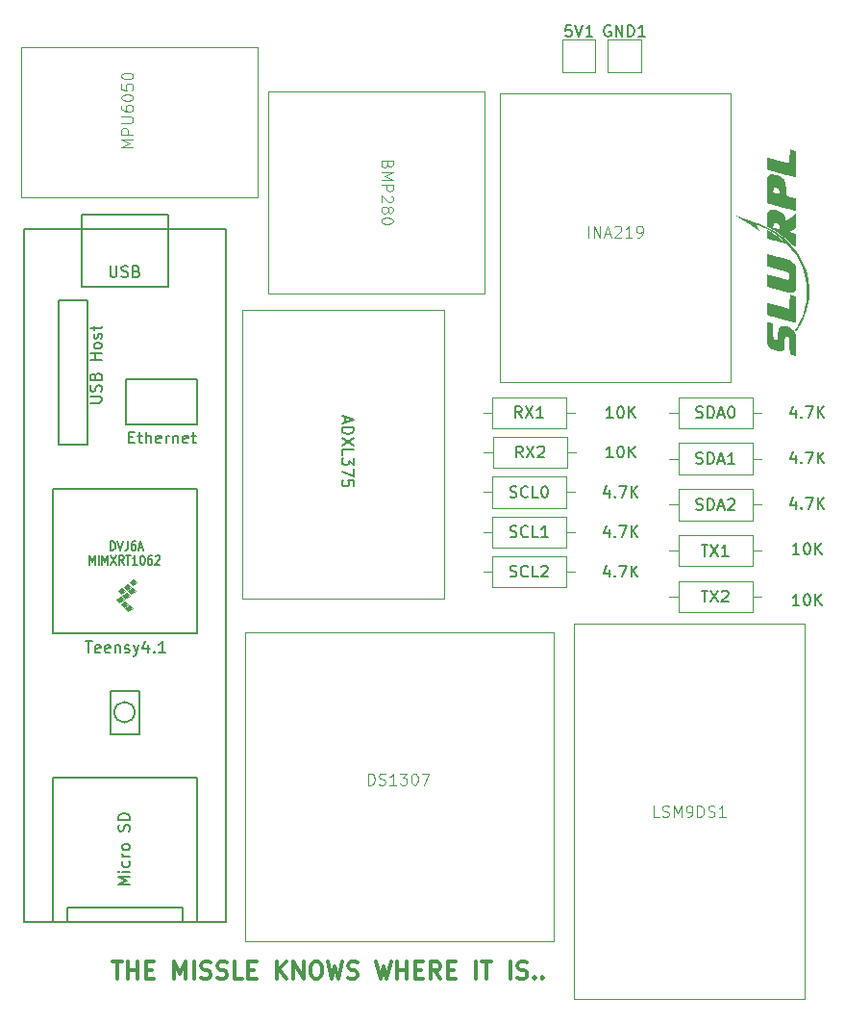
<source format=gbr>
%TF.GenerationSoftware,KiCad,Pcbnew,8.0.7-8.0.7-0~ubuntu22.04.1*%
%TF.CreationDate,2024-12-27T21:55:05+08:00*%
%TF.ProjectId,PCB IREC 2025,50434220-4952-4454-9320-323032352e6b,rev?*%
%TF.SameCoordinates,Original*%
%TF.FileFunction,Legend,Top*%
%TF.FilePolarity,Positive*%
%FSLAX46Y46*%
G04 Gerber Fmt 4.6, Leading zero omitted, Abs format (unit mm)*
G04 Created by KiCad (PCBNEW 8.0.7-8.0.7-0~ubuntu22.04.1) date 2024-12-27 21:55:05*
%MOMM*%
%LPD*%
G01*
G04 APERTURE LIST*
%ADD10C,0.300000*%
%ADD11C,0.100000*%
%ADD12C,0.150000*%
%ADD13C,0.120000*%
%ADD14C,0.000000*%
G04 APERTURE END LIST*
D10*
X134340225Y-131800828D02*
X135197368Y-131800828D01*
X134768796Y-133300828D02*
X134768796Y-131800828D01*
X135697367Y-133300828D02*
X135697367Y-131800828D01*
X135697367Y-132515114D02*
X136554510Y-132515114D01*
X136554510Y-133300828D02*
X136554510Y-131800828D01*
X137268796Y-132515114D02*
X137768796Y-132515114D01*
X137983082Y-133300828D02*
X137268796Y-133300828D01*
X137268796Y-133300828D02*
X137268796Y-131800828D01*
X137268796Y-131800828D02*
X137983082Y-131800828D01*
X139768796Y-133300828D02*
X139768796Y-131800828D01*
X139768796Y-131800828D02*
X140268796Y-132872257D01*
X140268796Y-132872257D02*
X140768796Y-131800828D01*
X140768796Y-131800828D02*
X140768796Y-133300828D01*
X141483082Y-133300828D02*
X141483082Y-131800828D01*
X142125940Y-133229400D02*
X142340226Y-133300828D01*
X142340226Y-133300828D02*
X142697368Y-133300828D01*
X142697368Y-133300828D02*
X142840226Y-133229400D01*
X142840226Y-133229400D02*
X142911654Y-133157971D01*
X142911654Y-133157971D02*
X142983083Y-133015114D01*
X142983083Y-133015114D02*
X142983083Y-132872257D01*
X142983083Y-132872257D02*
X142911654Y-132729400D01*
X142911654Y-132729400D02*
X142840226Y-132657971D01*
X142840226Y-132657971D02*
X142697368Y-132586542D01*
X142697368Y-132586542D02*
X142411654Y-132515114D01*
X142411654Y-132515114D02*
X142268797Y-132443685D01*
X142268797Y-132443685D02*
X142197368Y-132372257D01*
X142197368Y-132372257D02*
X142125940Y-132229400D01*
X142125940Y-132229400D02*
X142125940Y-132086542D01*
X142125940Y-132086542D02*
X142197368Y-131943685D01*
X142197368Y-131943685D02*
X142268797Y-131872257D01*
X142268797Y-131872257D02*
X142411654Y-131800828D01*
X142411654Y-131800828D02*
X142768797Y-131800828D01*
X142768797Y-131800828D02*
X142983083Y-131872257D01*
X143554511Y-133229400D02*
X143768797Y-133300828D01*
X143768797Y-133300828D02*
X144125939Y-133300828D01*
X144125939Y-133300828D02*
X144268797Y-133229400D01*
X144268797Y-133229400D02*
X144340225Y-133157971D01*
X144340225Y-133157971D02*
X144411654Y-133015114D01*
X144411654Y-133015114D02*
X144411654Y-132872257D01*
X144411654Y-132872257D02*
X144340225Y-132729400D01*
X144340225Y-132729400D02*
X144268797Y-132657971D01*
X144268797Y-132657971D02*
X144125939Y-132586542D01*
X144125939Y-132586542D02*
X143840225Y-132515114D01*
X143840225Y-132515114D02*
X143697368Y-132443685D01*
X143697368Y-132443685D02*
X143625939Y-132372257D01*
X143625939Y-132372257D02*
X143554511Y-132229400D01*
X143554511Y-132229400D02*
X143554511Y-132086542D01*
X143554511Y-132086542D02*
X143625939Y-131943685D01*
X143625939Y-131943685D02*
X143697368Y-131872257D01*
X143697368Y-131872257D02*
X143840225Y-131800828D01*
X143840225Y-131800828D02*
X144197368Y-131800828D01*
X144197368Y-131800828D02*
X144411654Y-131872257D01*
X145768796Y-133300828D02*
X145054510Y-133300828D01*
X145054510Y-133300828D02*
X145054510Y-131800828D01*
X146268796Y-132515114D02*
X146768796Y-132515114D01*
X146983082Y-133300828D02*
X146268796Y-133300828D01*
X146268796Y-133300828D02*
X146268796Y-131800828D01*
X146268796Y-131800828D02*
X146983082Y-131800828D01*
X148768796Y-133300828D02*
X148768796Y-131800828D01*
X149625939Y-133300828D02*
X148983082Y-132443685D01*
X149625939Y-131800828D02*
X148768796Y-132657971D01*
X150268796Y-133300828D02*
X150268796Y-131800828D01*
X150268796Y-131800828D02*
X151125939Y-133300828D01*
X151125939Y-133300828D02*
X151125939Y-131800828D01*
X152125940Y-131800828D02*
X152411654Y-131800828D01*
X152411654Y-131800828D02*
X152554511Y-131872257D01*
X152554511Y-131872257D02*
X152697368Y-132015114D01*
X152697368Y-132015114D02*
X152768797Y-132300828D01*
X152768797Y-132300828D02*
X152768797Y-132800828D01*
X152768797Y-132800828D02*
X152697368Y-133086542D01*
X152697368Y-133086542D02*
X152554511Y-133229400D01*
X152554511Y-133229400D02*
X152411654Y-133300828D01*
X152411654Y-133300828D02*
X152125940Y-133300828D01*
X152125940Y-133300828D02*
X151983083Y-133229400D01*
X151983083Y-133229400D02*
X151840225Y-133086542D01*
X151840225Y-133086542D02*
X151768797Y-132800828D01*
X151768797Y-132800828D02*
X151768797Y-132300828D01*
X151768797Y-132300828D02*
X151840225Y-132015114D01*
X151840225Y-132015114D02*
X151983083Y-131872257D01*
X151983083Y-131872257D02*
X152125940Y-131800828D01*
X153268797Y-131800828D02*
X153625940Y-133300828D01*
X153625940Y-133300828D02*
X153911654Y-132229400D01*
X153911654Y-132229400D02*
X154197369Y-133300828D01*
X154197369Y-133300828D02*
X154554512Y-131800828D01*
X155054512Y-133229400D02*
X155268798Y-133300828D01*
X155268798Y-133300828D02*
X155625940Y-133300828D01*
X155625940Y-133300828D02*
X155768798Y-133229400D01*
X155768798Y-133229400D02*
X155840226Y-133157971D01*
X155840226Y-133157971D02*
X155911655Y-133015114D01*
X155911655Y-133015114D02*
X155911655Y-132872257D01*
X155911655Y-132872257D02*
X155840226Y-132729400D01*
X155840226Y-132729400D02*
X155768798Y-132657971D01*
X155768798Y-132657971D02*
X155625940Y-132586542D01*
X155625940Y-132586542D02*
X155340226Y-132515114D01*
X155340226Y-132515114D02*
X155197369Y-132443685D01*
X155197369Y-132443685D02*
X155125940Y-132372257D01*
X155125940Y-132372257D02*
X155054512Y-132229400D01*
X155054512Y-132229400D02*
X155054512Y-132086542D01*
X155054512Y-132086542D02*
X155125940Y-131943685D01*
X155125940Y-131943685D02*
X155197369Y-131872257D01*
X155197369Y-131872257D02*
X155340226Y-131800828D01*
X155340226Y-131800828D02*
X155697369Y-131800828D01*
X155697369Y-131800828D02*
X155911655Y-131872257D01*
X157554511Y-131800828D02*
X157911654Y-133300828D01*
X157911654Y-133300828D02*
X158197368Y-132229400D01*
X158197368Y-132229400D02*
X158483083Y-133300828D01*
X158483083Y-133300828D02*
X158840226Y-131800828D01*
X159411654Y-133300828D02*
X159411654Y-131800828D01*
X159411654Y-132515114D02*
X160268797Y-132515114D01*
X160268797Y-133300828D02*
X160268797Y-131800828D01*
X160983083Y-132515114D02*
X161483083Y-132515114D01*
X161697369Y-133300828D02*
X160983083Y-133300828D01*
X160983083Y-133300828D02*
X160983083Y-131800828D01*
X160983083Y-131800828D02*
X161697369Y-131800828D01*
X163197369Y-133300828D02*
X162697369Y-132586542D01*
X162340226Y-133300828D02*
X162340226Y-131800828D01*
X162340226Y-131800828D02*
X162911655Y-131800828D01*
X162911655Y-131800828D02*
X163054512Y-131872257D01*
X163054512Y-131872257D02*
X163125941Y-131943685D01*
X163125941Y-131943685D02*
X163197369Y-132086542D01*
X163197369Y-132086542D02*
X163197369Y-132300828D01*
X163197369Y-132300828D02*
X163125941Y-132443685D01*
X163125941Y-132443685D02*
X163054512Y-132515114D01*
X163054512Y-132515114D02*
X162911655Y-132586542D01*
X162911655Y-132586542D02*
X162340226Y-132586542D01*
X163840226Y-132515114D02*
X164340226Y-132515114D01*
X164554512Y-133300828D02*
X163840226Y-133300828D01*
X163840226Y-133300828D02*
X163840226Y-131800828D01*
X163840226Y-131800828D02*
X164554512Y-131800828D01*
X166340226Y-133300828D02*
X166340226Y-131800828D01*
X166840227Y-131800828D02*
X167697370Y-131800828D01*
X167268798Y-133300828D02*
X167268798Y-131800828D01*
X169340226Y-133300828D02*
X169340226Y-131800828D01*
X169983084Y-133229400D02*
X170197370Y-133300828D01*
X170197370Y-133300828D02*
X170554512Y-133300828D01*
X170554512Y-133300828D02*
X170697370Y-133229400D01*
X170697370Y-133229400D02*
X170768798Y-133157971D01*
X170768798Y-133157971D02*
X170840227Y-133015114D01*
X170840227Y-133015114D02*
X170840227Y-132872257D01*
X170840227Y-132872257D02*
X170768798Y-132729400D01*
X170768798Y-132729400D02*
X170697370Y-132657971D01*
X170697370Y-132657971D02*
X170554512Y-132586542D01*
X170554512Y-132586542D02*
X170268798Y-132515114D01*
X170268798Y-132515114D02*
X170125941Y-132443685D01*
X170125941Y-132443685D02*
X170054512Y-132372257D01*
X170054512Y-132372257D02*
X169983084Y-132229400D01*
X169983084Y-132229400D02*
X169983084Y-132086542D01*
X169983084Y-132086542D02*
X170054512Y-131943685D01*
X170054512Y-131943685D02*
X170125941Y-131872257D01*
X170125941Y-131872257D02*
X170268798Y-131800828D01*
X170268798Y-131800828D02*
X170625941Y-131800828D01*
X170625941Y-131800828D02*
X170840227Y-131872257D01*
X171483083Y-133157971D02*
X171554512Y-133229400D01*
X171554512Y-133229400D02*
X171483083Y-133300828D01*
X171483083Y-133300828D02*
X171411655Y-133229400D01*
X171411655Y-133229400D02*
X171483083Y-133157971D01*
X171483083Y-133157971D02*
X171483083Y-133300828D01*
X172197369Y-133157971D02*
X172268798Y-133229400D01*
X172268798Y-133229400D02*
X172197369Y-133300828D01*
X172197369Y-133300828D02*
X172125941Y-133229400D01*
X172125941Y-133229400D02*
X172197369Y-133157971D01*
X172197369Y-133157971D02*
X172197369Y-133300828D01*
D11*
X156830143Y-116246419D02*
X156830143Y-115246419D01*
X156830143Y-115246419D02*
X157068238Y-115246419D01*
X157068238Y-115246419D02*
X157211095Y-115294038D01*
X157211095Y-115294038D02*
X157306333Y-115389276D01*
X157306333Y-115389276D02*
X157353952Y-115484514D01*
X157353952Y-115484514D02*
X157401571Y-115674990D01*
X157401571Y-115674990D02*
X157401571Y-115817847D01*
X157401571Y-115817847D02*
X157353952Y-116008323D01*
X157353952Y-116008323D02*
X157306333Y-116103561D01*
X157306333Y-116103561D02*
X157211095Y-116198800D01*
X157211095Y-116198800D02*
X157068238Y-116246419D01*
X157068238Y-116246419D02*
X156830143Y-116246419D01*
X157782524Y-116198800D02*
X157925381Y-116246419D01*
X157925381Y-116246419D02*
X158163476Y-116246419D01*
X158163476Y-116246419D02*
X158258714Y-116198800D01*
X158258714Y-116198800D02*
X158306333Y-116151180D01*
X158306333Y-116151180D02*
X158353952Y-116055942D01*
X158353952Y-116055942D02*
X158353952Y-115960704D01*
X158353952Y-115960704D02*
X158306333Y-115865466D01*
X158306333Y-115865466D02*
X158258714Y-115817847D01*
X158258714Y-115817847D02*
X158163476Y-115770228D01*
X158163476Y-115770228D02*
X157973000Y-115722609D01*
X157973000Y-115722609D02*
X157877762Y-115674990D01*
X157877762Y-115674990D02*
X157830143Y-115627371D01*
X157830143Y-115627371D02*
X157782524Y-115532133D01*
X157782524Y-115532133D02*
X157782524Y-115436895D01*
X157782524Y-115436895D02*
X157830143Y-115341657D01*
X157830143Y-115341657D02*
X157877762Y-115294038D01*
X157877762Y-115294038D02*
X157973000Y-115246419D01*
X157973000Y-115246419D02*
X158211095Y-115246419D01*
X158211095Y-115246419D02*
X158353952Y-115294038D01*
X159306333Y-116246419D02*
X158734905Y-116246419D01*
X159020619Y-116246419D02*
X159020619Y-115246419D01*
X159020619Y-115246419D02*
X158925381Y-115389276D01*
X158925381Y-115389276D02*
X158830143Y-115484514D01*
X158830143Y-115484514D02*
X158734905Y-115532133D01*
X159639667Y-115246419D02*
X160258714Y-115246419D01*
X160258714Y-115246419D02*
X159925381Y-115627371D01*
X159925381Y-115627371D02*
X160068238Y-115627371D01*
X160068238Y-115627371D02*
X160163476Y-115674990D01*
X160163476Y-115674990D02*
X160211095Y-115722609D01*
X160211095Y-115722609D02*
X160258714Y-115817847D01*
X160258714Y-115817847D02*
X160258714Y-116055942D01*
X160258714Y-116055942D02*
X160211095Y-116151180D01*
X160211095Y-116151180D02*
X160163476Y-116198800D01*
X160163476Y-116198800D02*
X160068238Y-116246419D01*
X160068238Y-116246419D02*
X159782524Y-116246419D01*
X159782524Y-116246419D02*
X159687286Y-116198800D01*
X159687286Y-116198800D02*
X159639667Y-116151180D01*
X160877762Y-115246419D02*
X160973000Y-115246419D01*
X160973000Y-115246419D02*
X161068238Y-115294038D01*
X161068238Y-115294038D02*
X161115857Y-115341657D01*
X161115857Y-115341657D02*
X161163476Y-115436895D01*
X161163476Y-115436895D02*
X161211095Y-115627371D01*
X161211095Y-115627371D02*
X161211095Y-115865466D01*
X161211095Y-115865466D02*
X161163476Y-116055942D01*
X161163476Y-116055942D02*
X161115857Y-116151180D01*
X161115857Y-116151180D02*
X161068238Y-116198800D01*
X161068238Y-116198800D02*
X160973000Y-116246419D01*
X160973000Y-116246419D02*
X160877762Y-116246419D01*
X160877762Y-116246419D02*
X160782524Y-116198800D01*
X160782524Y-116198800D02*
X160734905Y-116151180D01*
X160734905Y-116151180D02*
X160687286Y-116055942D01*
X160687286Y-116055942D02*
X160639667Y-115865466D01*
X160639667Y-115865466D02*
X160639667Y-115627371D01*
X160639667Y-115627371D02*
X160687286Y-115436895D01*
X160687286Y-115436895D02*
X160734905Y-115341657D01*
X160734905Y-115341657D02*
X160782524Y-115294038D01*
X160782524Y-115294038D02*
X160877762Y-115246419D01*
X161544429Y-115246419D02*
X162211095Y-115246419D01*
X162211095Y-115246419D02*
X161782524Y-116246419D01*
X136115419Y-60165904D02*
X135115419Y-60165904D01*
X135115419Y-60165904D02*
X135829704Y-59832571D01*
X135829704Y-59832571D02*
X135115419Y-59499238D01*
X135115419Y-59499238D02*
X136115419Y-59499238D01*
X136115419Y-59023047D02*
X135115419Y-59023047D01*
X135115419Y-59023047D02*
X135115419Y-58642095D01*
X135115419Y-58642095D02*
X135163038Y-58546857D01*
X135163038Y-58546857D02*
X135210657Y-58499238D01*
X135210657Y-58499238D02*
X135305895Y-58451619D01*
X135305895Y-58451619D02*
X135448752Y-58451619D01*
X135448752Y-58451619D02*
X135543990Y-58499238D01*
X135543990Y-58499238D02*
X135591609Y-58546857D01*
X135591609Y-58546857D02*
X135639228Y-58642095D01*
X135639228Y-58642095D02*
X135639228Y-59023047D01*
X135115419Y-58023047D02*
X135924942Y-58023047D01*
X135924942Y-58023047D02*
X136020180Y-57975428D01*
X136020180Y-57975428D02*
X136067800Y-57927809D01*
X136067800Y-57927809D02*
X136115419Y-57832571D01*
X136115419Y-57832571D02*
X136115419Y-57642095D01*
X136115419Y-57642095D02*
X136067800Y-57546857D01*
X136067800Y-57546857D02*
X136020180Y-57499238D01*
X136020180Y-57499238D02*
X135924942Y-57451619D01*
X135924942Y-57451619D02*
X135115419Y-57451619D01*
X135115419Y-56546857D02*
X135115419Y-56737333D01*
X135115419Y-56737333D02*
X135163038Y-56832571D01*
X135163038Y-56832571D02*
X135210657Y-56880190D01*
X135210657Y-56880190D02*
X135353514Y-56975428D01*
X135353514Y-56975428D02*
X135543990Y-57023047D01*
X135543990Y-57023047D02*
X135924942Y-57023047D01*
X135924942Y-57023047D02*
X136020180Y-56975428D01*
X136020180Y-56975428D02*
X136067800Y-56927809D01*
X136067800Y-56927809D02*
X136115419Y-56832571D01*
X136115419Y-56832571D02*
X136115419Y-56642095D01*
X136115419Y-56642095D02*
X136067800Y-56546857D01*
X136067800Y-56546857D02*
X136020180Y-56499238D01*
X136020180Y-56499238D02*
X135924942Y-56451619D01*
X135924942Y-56451619D02*
X135686847Y-56451619D01*
X135686847Y-56451619D02*
X135591609Y-56499238D01*
X135591609Y-56499238D02*
X135543990Y-56546857D01*
X135543990Y-56546857D02*
X135496371Y-56642095D01*
X135496371Y-56642095D02*
X135496371Y-56832571D01*
X135496371Y-56832571D02*
X135543990Y-56927809D01*
X135543990Y-56927809D02*
X135591609Y-56975428D01*
X135591609Y-56975428D02*
X135686847Y-57023047D01*
X135115419Y-55832571D02*
X135115419Y-55737333D01*
X135115419Y-55737333D02*
X135163038Y-55642095D01*
X135163038Y-55642095D02*
X135210657Y-55594476D01*
X135210657Y-55594476D02*
X135305895Y-55546857D01*
X135305895Y-55546857D02*
X135496371Y-55499238D01*
X135496371Y-55499238D02*
X135734466Y-55499238D01*
X135734466Y-55499238D02*
X135924942Y-55546857D01*
X135924942Y-55546857D02*
X136020180Y-55594476D01*
X136020180Y-55594476D02*
X136067800Y-55642095D01*
X136067800Y-55642095D02*
X136115419Y-55737333D01*
X136115419Y-55737333D02*
X136115419Y-55832571D01*
X136115419Y-55832571D02*
X136067800Y-55927809D01*
X136067800Y-55927809D02*
X136020180Y-55975428D01*
X136020180Y-55975428D02*
X135924942Y-56023047D01*
X135924942Y-56023047D02*
X135734466Y-56070666D01*
X135734466Y-56070666D02*
X135496371Y-56070666D01*
X135496371Y-56070666D02*
X135305895Y-56023047D01*
X135305895Y-56023047D02*
X135210657Y-55975428D01*
X135210657Y-55975428D02*
X135163038Y-55927809D01*
X135163038Y-55927809D02*
X135115419Y-55832571D01*
X135115419Y-54594476D02*
X135115419Y-55070666D01*
X135115419Y-55070666D02*
X135591609Y-55118285D01*
X135591609Y-55118285D02*
X135543990Y-55070666D01*
X135543990Y-55070666D02*
X135496371Y-54975428D01*
X135496371Y-54975428D02*
X135496371Y-54737333D01*
X135496371Y-54737333D02*
X135543990Y-54642095D01*
X135543990Y-54642095D02*
X135591609Y-54594476D01*
X135591609Y-54594476D02*
X135686847Y-54546857D01*
X135686847Y-54546857D02*
X135924942Y-54546857D01*
X135924942Y-54546857D02*
X136020180Y-54594476D01*
X136020180Y-54594476D02*
X136067800Y-54642095D01*
X136067800Y-54642095D02*
X136115419Y-54737333D01*
X136115419Y-54737333D02*
X136115419Y-54975428D01*
X136115419Y-54975428D02*
X136067800Y-55070666D01*
X136067800Y-55070666D02*
X136020180Y-55118285D01*
X135115419Y-53927809D02*
X135115419Y-53832571D01*
X135115419Y-53832571D02*
X135163038Y-53737333D01*
X135163038Y-53737333D02*
X135210657Y-53689714D01*
X135210657Y-53689714D02*
X135305895Y-53642095D01*
X135305895Y-53642095D02*
X135496371Y-53594476D01*
X135496371Y-53594476D02*
X135734466Y-53594476D01*
X135734466Y-53594476D02*
X135924942Y-53642095D01*
X135924942Y-53642095D02*
X136020180Y-53689714D01*
X136020180Y-53689714D02*
X136067800Y-53737333D01*
X136067800Y-53737333D02*
X136115419Y-53832571D01*
X136115419Y-53832571D02*
X136115419Y-53927809D01*
X136115419Y-53927809D02*
X136067800Y-54023047D01*
X136067800Y-54023047D02*
X136020180Y-54070666D01*
X136020180Y-54070666D02*
X135924942Y-54118285D01*
X135924942Y-54118285D02*
X135734466Y-54165904D01*
X135734466Y-54165904D02*
X135496371Y-54165904D01*
X135496371Y-54165904D02*
X135305895Y-54118285D01*
X135305895Y-54118285D02*
X135210657Y-54070666D01*
X135210657Y-54070666D02*
X135163038Y-54023047D01*
X135163038Y-54023047D02*
X135115419Y-53927809D01*
X158531390Y-61671428D02*
X158483771Y-61814285D01*
X158483771Y-61814285D02*
X158436152Y-61861904D01*
X158436152Y-61861904D02*
X158340914Y-61909523D01*
X158340914Y-61909523D02*
X158198057Y-61909523D01*
X158198057Y-61909523D02*
X158102819Y-61861904D01*
X158102819Y-61861904D02*
X158055200Y-61814285D01*
X158055200Y-61814285D02*
X158007580Y-61719047D01*
X158007580Y-61719047D02*
X158007580Y-61338095D01*
X158007580Y-61338095D02*
X159007580Y-61338095D01*
X159007580Y-61338095D02*
X159007580Y-61671428D01*
X159007580Y-61671428D02*
X158959961Y-61766666D01*
X158959961Y-61766666D02*
X158912342Y-61814285D01*
X158912342Y-61814285D02*
X158817104Y-61861904D01*
X158817104Y-61861904D02*
X158721866Y-61861904D01*
X158721866Y-61861904D02*
X158626628Y-61814285D01*
X158626628Y-61814285D02*
X158579009Y-61766666D01*
X158579009Y-61766666D02*
X158531390Y-61671428D01*
X158531390Y-61671428D02*
X158531390Y-61338095D01*
X158007580Y-62338095D02*
X159007580Y-62338095D01*
X159007580Y-62338095D02*
X158293295Y-62671428D01*
X158293295Y-62671428D02*
X159007580Y-63004761D01*
X159007580Y-63004761D02*
X158007580Y-63004761D01*
X158007580Y-63480952D02*
X159007580Y-63480952D01*
X159007580Y-63480952D02*
X159007580Y-63861904D01*
X159007580Y-63861904D02*
X158959961Y-63957142D01*
X158959961Y-63957142D02*
X158912342Y-64004761D01*
X158912342Y-64004761D02*
X158817104Y-64052380D01*
X158817104Y-64052380D02*
X158674247Y-64052380D01*
X158674247Y-64052380D02*
X158579009Y-64004761D01*
X158579009Y-64004761D02*
X158531390Y-63957142D01*
X158531390Y-63957142D02*
X158483771Y-63861904D01*
X158483771Y-63861904D02*
X158483771Y-63480952D01*
X158912342Y-64433333D02*
X158959961Y-64480952D01*
X158959961Y-64480952D02*
X159007580Y-64576190D01*
X159007580Y-64576190D02*
X159007580Y-64814285D01*
X159007580Y-64814285D02*
X158959961Y-64909523D01*
X158959961Y-64909523D02*
X158912342Y-64957142D01*
X158912342Y-64957142D02*
X158817104Y-65004761D01*
X158817104Y-65004761D02*
X158721866Y-65004761D01*
X158721866Y-65004761D02*
X158579009Y-64957142D01*
X158579009Y-64957142D02*
X158007580Y-64385714D01*
X158007580Y-64385714D02*
X158007580Y-65004761D01*
X158579009Y-65576190D02*
X158626628Y-65480952D01*
X158626628Y-65480952D02*
X158674247Y-65433333D01*
X158674247Y-65433333D02*
X158769485Y-65385714D01*
X158769485Y-65385714D02*
X158817104Y-65385714D01*
X158817104Y-65385714D02*
X158912342Y-65433333D01*
X158912342Y-65433333D02*
X158959961Y-65480952D01*
X158959961Y-65480952D02*
X159007580Y-65576190D01*
X159007580Y-65576190D02*
X159007580Y-65766666D01*
X159007580Y-65766666D02*
X158959961Y-65861904D01*
X158959961Y-65861904D02*
X158912342Y-65909523D01*
X158912342Y-65909523D02*
X158817104Y-65957142D01*
X158817104Y-65957142D02*
X158769485Y-65957142D01*
X158769485Y-65957142D02*
X158674247Y-65909523D01*
X158674247Y-65909523D02*
X158626628Y-65861904D01*
X158626628Y-65861904D02*
X158579009Y-65766666D01*
X158579009Y-65766666D02*
X158579009Y-65576190D01*
X158579009Y-65576190D02*
X158531390Y-65480952D01*
X158531390Y-65480952D02*
X158483771Y-65433333D01*
X158483771Y-65433333D02*
X158388533Y-65385714D01*
X158388533Y-65385714D02*
X158198057Y-65385714D01*
X158198057Y-65385714D02*
X158102819Y-65433333D01*
X158102819Y-65433333D02*
X158055200Y-65480952D01*
X158055200Y-65480952D02*
X158007580Y-65576190D01*
X158007580Y-65576190D02*
X158007580Y-65766666D01*
X158007580Y-65766666D02*
X158055200Y-65861904D01*
X158055200Y-65861904D02*
X158102819Y-65909523D01*
X158102819Y-65909523D02*
X158198057Y-65957142D01*
X158198057Y-65957142D02*
X158388533Y-65957142D01*
X158388533Y-65957142D02*
X158483771Y-65909523D01*
X158483771Y-65909523D02*
X158531390Y-65861904D01*
X158531390Y-65861904D02*
X158579009Y-65766666D01*
X159007580Y-66576190D02*
X159007580Y-66671428D01*
X159007580Y-66671428D02*
X158959961Y-66766666D01*
X158959961Y-66766666D02*
X158912342Y-66814285D01*
X158912342Y-66814285D02*
X158817104Y-66861904D01*
X158817104Y-66861904D02*
X158626628Y-66909523D01*
X158626628Y-66909523D02*
X158388533Y-66909523D01*
X158388533Y-66909523D02*
X158198057Y-66861904D01*
X158198057Y-66861904D02*
X158102819Y-66814285D01*
X158102819Y-66814285D02*
X158055200Y-66766666D01*
X158055200Y-66766666D02*
X158007580Y-66671428D01*
X158007580Y-66671428D02*
X158007580Y-66576190D01*
X158007580Y-66576190D02*
X158055200Y-66480952D01*
X158055200Y-66480952D02*
X158102819Y-66433333D01*
X158102819Y-66433333D02*
X158198057Y-66385714D01*
X158198057Y-66385714D02*
X158388533Y-66338095D01*
X158388533Y-66338095D02*
X158626628Y-66338095D01*
X158626628Y-66338095D02*
X158817104Y-66385714D01*
X158817104Y-66385714D02*
X158912342Y-66433333D01*
X158912342Y-66433333D02*
X158959961Y-66480952D01*
X158959961Y-66480952D02*
X159007580Y-66576190D01*
X176219048Y-68073419D02*
X176219048Y-67073419D01*
X176695238Y-68073419D02*
X176695238Y-67073419D01*
X176695238Y-67073419D02*
X177266666Y-68073419D01*
X177266666Y-68073419D02*
X177266666Y-67073419D01*
X177695238Y-67787704D02*
X178171428Y-67787704D01*
X177600000Y-68073419D02*
X177933333Y-67073419D01*
X177933333Y-67073419D02*
X178266666Y-68073419D01*
X178552381Y-67168657D02*
X178600000Y-67121038D01*
X178600000Y-67121038D02*
X178695238Y-67073419D01*
X178695238Y-67073419D02*
X178933333Y-67073419D01*
X178933333Y-67073419D02*
X179028571Y-67121038D01*
X179028571Y-67121038D02*
X179076190Y-67168657D01*
X179076190Y-67168657D02*
X179123809Y-67263895D01*
X179123809Y-67263895D02*
X179123809Y-67359133D01*
X179123809Y-67359133D02*
X179076190Y-67501990D01*
X179076190Y-67501990D02*
X178504762Y-68073419D01*
X178504762Y-68073419D02*
X179123809Y-68073419D01*
X180076190Y-68073419D02*
X179504762Y-68073419D01*
X179790476Y-68073419D02*
X179790476Y-67073419D01*
X179790476Y-67073419D02*
X179695238Y-67216276D01*
X179695238Y-67216276D02*
X179600000Y-67311514D01*
X179600000Y-67311514D02*
X179504762Y-67359133D01*
X180552381Y-68073419D02*
X180742857Y-68073419D01*
X180742857Y-68073419D02*
X180838095Y-68025800D01*
X180838095Y-68025800D02*
X180885714Y-67978180D01*
X180885714Y-67978180D02*
X180980952Y-67835323D01*
X180980952Y-67835323D02*
X181028571Y-67644847D01*
X181028571Y-67644847D02*
X181028571Y-67263895D01*
X181028571Y-67263895D02*
X180980952Y-67168657D01*
X180980952Y-67168657D02*
X180933333Y-67121038D01*
X180933333Y-67121038D02*
X180838095Y-67073419D01*
X180838095Y-67073419D02*
X180647619Y-67073419D01*
X180647619Y-67073419D02*
X180552381Y-67121038D01*
X180552381Y-67121038D02*
X180504762Y-67168657D01*
X180504762Y-67168657D02*
X180457143Y-67263895D01*
X180457143Y-67263895D02*
X180457143Y-67501990D01*
X180457143Y-67501990D02*
X180504762Y-67597228D01*
X180504762Y-67597228D02*
X180552381Y-67644847D01*
X180552381Y-67644847D02*
X180647619Y-67692466D01*
X180647619Y-67692466D02*
X180838095Y-67692466D01*
X180838095Y-67692466D02*
X180933333Y-67644847D01*
X180933333Y-67644847D02*
X180980952Y-67597228D01*
X180980952Y-67597228D02*
X181028571Y-67501990D01*
X182453333Y-119061419D02*
X181977143Y-119061419D01*
X181977143Y-119061419D02*
X181977143Y-118061419D01*
X182739048Y-119013800D02*
X182881905Y-119061419D01*
X182881905Y-119061419D02*
X183120000Y-119061419D01*
X183120000Y-119061419D02*
X183215238Y-119013800D01*
X183215238Y-119013800D02*
X183262857Y-118966180D01*
X183262857Y-118966180D02*
X183310476Y-118870942D01*
X183310476Y-118870942D02*
X183310476Y-118775704D01*
X183310476Y-118775704D02*
X183262857Y-118680466D01*
X183262857Y-118680466D02*
X183215238Y-118632847D01*
X183215238Y-118632847D02*
X183120000Y-118585228D01*
X183120000Y-118585228D02*
X182929524Y-118537609D01*
X182929524Y-118537609D02*
X182834286Y-118489990D01*
X182834286Y-118489990D02*
X182786667Y-118442371D01*
X182786667Y-118442371D02*
X182739048Y-118347133D01*
X182739048Y-118347133D02*
X182739048Y-118251895D01*
X182739048Y-118251895D02*
X182786667Y-118156657D01*
X182786667Y-118156657D02*
X182834286Y-118109038D01*
X182834286Y-118109038D02*
X182929524Y-118061419D01*
X182929524Y-118061419D02*
X183167619Y-118061419D01*
X183167619Y-118061419D02*
X183310476Y-118109038D01*
X183739048Y-119061419D02*
X183739048Y-118061419D01*
X183739048Y-118061419D02*
X184072381Y-118775704D01*
X184072381Y-118775704D02*
X184405714Y-118061419D01*
X184405714Y-118061419D02*
X184405714Y-119061419D01*
X184929524Y-119061419D02*
X185120000Y-119061419D01*
X185120000Y-119061419D02*
X185215238Y-119013800D01*
X185215238Y-119013800D02*
X185262857Y-118966180D01*
X185262857Y-118966180D02*
X185358095Y-118823323D01*
X185358095Y-118823323D02*
X185405714Y-118632847D01*
X185405714Y-118632847D02*
X185405714Y-118251895D01*
X185405714Y-118251895D02*
X185358095Y-118156657D01*
X185358095Y-118156657D02*
X185310476Y-118109038D01*
X185310476Y-118109038D02*
X185215238Y-118061419D01*
X185215238Y-118061419D02*
X185024762Y-118061419D01*
X185024762Y-118061419D02*
X184929524Y-118109038D01*
X184929524Y-118109038D02*
X184881905Y-118156657D01*
X184881905Y-118156657D02*
X184834286Y-118251895D01*
X184834286Y-118251895D02*
X184834286Y-118489990D01*
X184834286Y-118489990D02*
X184881905Y-118585228D01*
X184881905Y-118585228D02*
X184929524Y-118632847D01*
X184929524Y-118632847D02*
X185024762Y-118680466D01*
X185024762Y-118680466D02*
X185215238Y-118680466D01*
X185215238Y-118680466D02*
X185310476Y-118632847D01*
X185310476Y-118632847D02*
X185358095Y-118585228D01*
X185358095Y-118585228D02*
X185405714Y-118489990D01*
X185834286Y-119061419D02*
X185834286Y-118061419D01*
X185834286Y-118061419D02*
X186072381Y-118061419D01*
X186072381Y-118061419D02*
X186215238Y-118109038D01*
X186215238Y-118109038D02*
X186310476Y-118204276D01*
X186310476Y-118204276D02*
X186358095Y-118299514D01*
X186358095Y-118299514D02*
X186405714Y-118489990D01*
X186405714Y-118489990D02*
X186405714Y-118632847D01*
X186405714Y-118632847D02*
X186358095Y-118823323D01*
X186358095Y-118823323D02*
X186310476Y-118918561D01*
X186310476Y-118918561D02*
X186215238Y-119013800D01*
X186215238Y-119013800D02*
X186072381Y-119061419D01*
X186072381Y-119061419D02*
X185834286Y-119061419D01*
X186786667Y-119013800D02*
X186929524Y-119061419D01*
X186929524Y-119061419D02*
X187167619Y-119061419D01*
X187167619Y-119061419D02*
X187262857Y-119013800D01*
X187262857Y-119013800D02*
X187310476Y-118966180D01*
X187310476Y-118966180D02*
X187358095Y-118870942D01*
X187358095Y-118870942D02*
X187358095Y-118775704D01*
X187358095Y-118775704D02*
X187310476Y-118680466D01*
X187310476Y-118680466D02*
X187262857Y-118632847D01*
X187262857Y-118632847D02*
X187167619Y-118585228D01*
X187167619Y-118585228D02*
X186977143Y-118537609D01*
X186977143Y-118537609D02*
X186881905Y-118489990D01*
X186881905Y-118489990D02*
X186834286Y-118442371D01*
X186834286Y-118442371D02*
X186786667Y-118347133D01*
X186786667Y-118347133D02*
X186786667Y-118251895D01*
X186786667Y-118251895D02*
X186834286Y-118156657D01*
X186834286Y-118156657D02*
X186881905Y-118109038D01*
X186881905Y-118109038D02*
X186977143Y-118061419D01*
X186977143Y-118061419D02*
X187215238Y-118061419D01*
X187215238Y-118061419D02*
X187358095Y-118109038D01*
X188310476Y-119061419D02*
X187739048Y-119061419D01*
X188024762Y-119061419D02*
X188024762Y-118061419D01*
X188024762Y-118061419D02*
X187929524Y-118204276D01*
X187929524Y-118204276D02*
X187834286Y-118299514D01*
X187834286Y-118299514D02*
X187739048Y-118347133D01*
D12*
X185729524Y-87957200D02*
X185872381Y-88004819D01*
X185872381Y-88004819D02*
X186110476Y-88004819D01*
X186110476Y-88004819D02*
X186205714Y-87957200D01*
X186205714Y-87957200D02*
X186253333Y-87909580D01*
X186253333Y-87909580D02*
X186300952Y-87814342D01*
X186300952Y-87814342D02*
X186300952Y-87719104D01*
X186300952Y-87719104D02*
X186253333Y-87623866D01*
X186253333Y-87623866D02*
X186205714Y-87576247D01*
X186205714Y-87576247D02*
X186110476Y-87528628D01*
X186110476Y-87528628D02*
X185920000Y-87481009D01*
X185920000Y-87481009D02*
X185824762Y-87433390D01*
X185824762Y-87433390D02*
X185777143Y-87385771D01*
X185777143Y-87385771D02*
X185729524Y-87290533D01*
X185729524Y-87290533D02*
X185729524Y-87195295D01*
X185729524Y-87195295D02*
X185777143Y-87100057D01*
X185777143Y-87100057D02*
X185824762Y-87052438D01*
X185824762Y-87052438D02*
X185920000Y-87004819D01*
X185920000Y-87004819D02*
X186158095Y-87004819D01*
X186158095Y-87004819D02*
X186300952Y-87052438D01*
X186729524Y-88004819D02*
X186729524Y-87004819D01*
X186729524Y-87004819D02*
X186967619Y-87004819D01*
X186967619Y-87004819D02*
X187110476Y-87052438D01*
X187110476Y-87052438D02*
X187205714Y-87147676D01*
X187205714Y-87147676D02*
X187253333Y-87242914D01*
X187253333Y-87242914D02*
X187300952Y-87433390D01*
X187300952Y-87433390D02*
X187300952Y-87576247D01*
X187300952Y-87576247D02*
X187253333Y-87766723D01*
X187253333Y-87766723D02*
X187205714Y-87861961D01*
X187205714Y-87861961D02*
X187110476Y-87957200D01*
X187110476Y-87957200D02*
X186967619Y-88004819D01*
X186967619Y-88004819D02*
X186729524Y-88004819D01*
X187681905Y-87719104D02*
X188158095Y-87719104D01*
X187586667Y-88004819D02*
X187920000Y-87004819D01*
X187920000Y-87004819D02*
X188253333Y-88004819D01*
X189110476Y-88004819D02*
X188539048Y-88004819D01*
X188824762Y-88004819D02*
X188824762Y-87004819D01*
X188824762Y-87004819D02*
X188729524Y-87147676D01*
X188729524Y-87147676D02*
X188634286Y-87242914D01*
X188634286Y-87242914D02*
X188539048Y-87290533D01*
X194476190Y-87288152D02*
X194476190Y-87954819D01*
X194238095Y-86907200D02*
X194000000Y-87621485D01*
X194000000Y-87621485D02*
X194619047Y-87621485D01*
X195000000Y-87859580D02*
X195047619Y-87907200D01*
X195047619Y-87907200D02*
X195000000Y-87954819D01*
X195000000Y-87954819D02*
X194952381Y-87907200D01*
X194952381Y-87907200D02*
X195000000Y-87859580D01*
X195000000Y-87859580D02*
X195000000Y-87954819D01*
X195380952Y-86954819D02*
X196047618Y-86954819D01*
X196047618Y-86954819D02*
X195619047Y-87954819D01*
X196428571Y-87954819D02*
X196428571Y-86954819D01*
X196999999Y-87954819D02*
X196571428Y-87383390D01*
X196999999Y-86954819D02*
X196428571Y-87526247D01*
X185729524Y-83907200D02*
X185872381Y-83954819D01*
X185872381Y-83954819D02*
X186110476Y-83954819D01*
X186110476Y-83954819D02*
X186205714Y-83907200D01*
X186205714Y-83907200D02*
X186253333Y-83859580D01*
X186253333Y-83859580D02*
X186300952Y-83764342D01*
X186300952Y-83764342D02*
X186300952Y-83669104D01*
X186300952Y-83669104D02*
X186253333Y-83573866D01*
X186253333Y-83573866D02*
X186205714Y-83526247D01*
X186205714Y-83526247D02*
X186110476Y-83478628D01*
X186110476Y-83478628D02*
X185920000Y-83431009D01*
X185920000Y-83431009D02*
X185824762Y-83383390D01*
X185824762Y-83383390D02*
X185777143Y-83335771D01*
X185777143Y-83335771D02*
X185729524Y-83240533D01*
X185729524Y-83240533D02*
X185729524Y-83145295D01*
X185729524Y-83145295D02*
X185777143Y-83050057D01*
X185777143Y-83050057D02*
X185824762Y-83002438D01*
X185824762Y-83002438D02*
X185920000Y-82954819D01*
X185920000Y-82954819D02*
X186158095Y-82954819D01*
X186158095Y-82954819D02*
X186300952Y-83002438D01*
X186729524Y-83954819D02*
X186729524Y-82954819D01*
X186729524Y-82954819D02*
X186967619Y-82954819D01*
X186967619Y-82954819D02*
X187110476Y-83002438D01*
X187110476Y-83002438D02*
X187205714Y-83097676D01*
X187205714Y-83097676D02*
X187253333Y-83192914D01*
X187253333Y-83192914D02*
X187300952Y-83383390D01*
X187300952Y-83383390D02*
X187300952Y-83526247D01*
X187300952Y-83526247D02*
X187253333Y-83716723D01*
X187253333Y-83716723D02*
X187205714Y-83811961D01*
X187205714Y-83811961D02*
X187110476Y-83907200D01*
X187110476Y-83907200D02*
X186967619Y-83954819D01*
X186967619Y-83954819D02*
X186729524Y-83954819D01*
X187681905Y-83669104D02*
X188158095Y-83669104D01*
X187586667Y-83954819D02*
X187920000Y-82954819D01*
X187920000Y-82954819D02*
X188253333Y-83954819D01*
X188777143Y-82954819D02*
X188872381Y-82954819D01*
X188872381Y-82954819D02*
X188967619Y-83002438D01*
X188967619Y-83002438D02*
X189015238Y-83050057D01*
X189015238Y-83050057D02*
X189062857Y-83145295D01*
X189062857Y-83145295D02*
X189110476Y-83335771D01*
X189110476Y-83335771D02*
X189110476Y-83573866D01*
X189110476Y-83573866D02*
X189062857Y-83764342D01*
X189062857Y-83764342D02*
X189015238Y-83859580D01*
X189015238Y-83859580D02*
X188967619Y-83907200D01*
X188967619Y-83907200D02*
X188872381Y-83954819D01*
X188872381Y-83954819D02*
X188777143Y-83954819D01*
X188777143Y-83954819D02*
X188681905Y-83907200D01*
X188681905Y-83907200D02*
X188634286Y-83859580D01*
X188634286Y-83859580D02*
X188586667Y-83764342D01*
X188586667Y-83764342D02*
X188539048Y-83573866D01*
X188539048Y-83573866D02*
X188539048Y-83335771D01*
X188539048Y-83335771D02*
X188586667Y-83145295D01*
X188586667Y-83145295D02*
X188634286Y-83050057D01*
X188634286Y-83050057D02*
X188681905Y-83002438D01*
X188681905Y-83002438D02*
X188777143Y-82954819D01*
X194476190Y-83288152D02*
X194476190Y-83954819D01*
X194238095Y-82907200D02*
X194000000Y-83621485D01*
X194000000Y-83621485D02*
X194619047Y-83621485D01*
X195000000Y-83859580D02*
X195047619Y-83907200D01*
X195047619Y-83907200D02*
X195000000Y-83954819D01*
X195000000Y-83954819D02*
X194952381Y-83907200D01*
X194952381Y-83907200D02*
X195000000Y-83859580D01*
X195000000Y-83859580D02*
X195000000Y-83954819D01*
X195380952Y-82954819D02*
X196047618Y-82954819D01*
X196047618Y-82954819D02*
X195619047Y-83954819D01*
X196428571Y-83954819D02*
X196428571Y-82954819D01*
X196999999Y-83954819D02*
X196571428Y-83383390D01*
X196999999Y-82954819D02*
X196428571Y-83526247D01*
X170357142Y-83954819D02*
X170023809Y-83478628D01*
X169785714Y-83954819D02*
X169785714Y-82954819D01*
X169785714Y-82954819D02*
X170166666Y-82954819D01*
X170166666Y-82954819D02*
X170261904Y-83002438D01*
X170261904Y-83002438D02*
X170309523Y-83050057D01*
X170309523Y-83050057D02*
X170357142Y-83145295D01*
X170357142Y-83145295D02*
X170357142Y-83288152D01*
X170357142Y-83288152D02*
X170309523Y-83383390D01*
X170309523Y-83383390D02*
X170261904Y-83431009D01*
X170261904Y-83431009D02*
X170166666Y-83478628D01*
X170166666Y-83478628D02*
X169785714Y-83478628D01*
X170690476Y-82954819D02*
X171357142Y-83954819D01*
X171357142Y-82954819D02*
X170690476Y-83954819D01*
X172261904Y-83954819D02*
X171690476Y-83954819D01*
X171976190Y-83954819D02*
X171976190Y-82954819D01*
X171976190Y-82954819D02*
X171880952Y-83097676D01*
X171880952Y-83097676D02*
X171785714Y-83192914D01*
X171785714Y-83192914D02*
X171690476Y-83240533D01*
X178389523Y-83954819D02*
X177818095Y-83954819D01*
X178103809Y-83954819D02*
X178103809Y-82954819D01*
X178103809Y-82954819D02*
X178008571Y-83097676D01*
X178008571Y-83097676D02*
X177913333Y-83192914D01*
X177913333Y-83192914D02*
X177818095Y-83240533D01*
X179008571Y-82954819D02*
X179103809Y-82954819D01*
X179103809Y-82954819D02*
X179199047Y-83002438D01*
X179199047Y-83002438D02*
X179246666Y-83050057D01*
X179246666Y-83050057D02*
X179294285Y-83145295D01*
X179294285Y-83145295D02*
X179341904Y-83335771D01*
X179341904Y-83335771D02*
X179341904Y-83573866D01*
X179341904Y-83573866D02*
X179294285Y-83764342D01*
X179294285Y-83764342D02*
X179246666Y-83859580D01*
X179246666Y-83859580D02*
X179199047Y-83907200D01*
X179199047Y-83907200D02*
X179103809Y-83954819D01*
X179103809Y-83954819D02*
X179008571Y-83954819D01*
X179008571Y-83954819D02*
X178913333Y-83907200D01*
X178913333Y-83907200D02*
X178865714Y-83859580D01*
X178865714Y-83859580D02*
X178818095Y-83764342D01*
X178818095Y-83764342D02*
X178770476Y-83573866D01*
X178770476Y-83573866D02*
X178770476Y-83335771D01*
X178770476Y-83335771D02*
X178818095Y-83145295D01*
X178818095Y-83145295D02*
X178865714Y-83050057D01*
X178865714Y-83050057D02*
X178913333Y-83002438D01*
X178913333Y-83002438D02*
X179008571Y-82954819D01*
X179770476Y-83954819D02*
X179770476Y-82954819D01*
X180341904Y-83954819D02*
X179913333Y-83383390D01*
X180341904Y-82954819D02*
X179770476Y-83526247D01*
X186181905Y-95104819D02*
X186753333Y-95104819D01*
X186467619Y-96104819D02*
X186467619Y-95104819D01*
X186991429Y-95104819D02*
X187658095Y-96104819D01*
X187658095Y-95104819D02*
X186991429Y-96104819D01*
X188562857Y-96104819D02*
X187991429Y-96104819D01*
X188277143Y-96104819D02*
X188277143Y-95104819D01*
X188277143Y-95104819D02*
X188181905Y-95247676D01*
X188181905Y-95247676D02*
X188086667Y-95342914D01*
X188086667Y-95342914D02*
X187991429Y-95390533D01*
X194809523Y-95954819D02*
X194238095Y-95954819D01*
X194523809Y-95954819D02*
X194523809Y-94954819D01*
X194523809Y-94954819D02*
X194428571Y-95097676D01*
X194428571Y-95097676D02*
X194333333Y-95192914D01*
X194333333Y-95192914D02*
X194238095Y-95240533D01*
X195428571Y-94954819D02*
X195523809Y-94954819D01*
X195523809Y-94954819D02*
X195619047Y-95002438D01*
X195619047Y-95002438D02*
X195666666Y-95050057D01*
X195666666Y-95050057D02*
X195714285Y-95145295D01*
X195714285Y-95145295D02*
X195761904Y-95335771D01*
X195761904Y-95335771D02*
X195761904Y-95573866D01*
X195761904Y-95573866D02*
X195714285Y-95764342D01*
X195714285Y-95764342D02*
X195666666Y-95859580D01*
X195666666Y-95859580D02*
X195619047Y-95907200D01*
X195619047Y-95907200D02*
X195523809Y-95954819D01*
X195523809Y-95954819D02*
X195428571Y-95954819D01*
X195428571Y-95954819D02*
X195333333Y-95907200D01*
X195333333Y-95907200D02*
X195285714Y-95859580D01*
X195285714Y-95859580D02*
X195238095Y-95764342D01*
X195238095Y-95764342D02*
X195190476Y-95573866D01*
X195190476Y-95573866D02*
X195190476Y-95335771D01*
X195190476Y-95335771D02*
X195238095Y-95145295D01*
X195238095Y-95145295D02*
X195285714Y-95050057D01*
X195285714Y-95050057D02*
X195333333Y-95002438D01*
X195333333Y-95002438D02*
X195428571Y-94954819D01*
X196190476Y-95954819D02*
X196190476Y-94954819D01*
X196761904Y-95954819D02*
X196333333Y-95383390D01*
X196761904Y-94954819D02*
X196190476Y-95526247D01*
X174743333Y-49406819D02*
X174267143Y-49406819D01*
X174267143Y-49406819D02*
X174219524Y-49883009D01*
X174219524Y-49883009D02*
X174267143Y-49835390D01*
X174267143Y-49835390D02*
X174362381Y-49787771D01*
X174362381Y-49787771D02*
X174600476Y-49787771D01*
X174600476Y-49787771D02*
X174695714Y-49835390D01*
X174695714Y-49835390D02*
X174743333Y-49883009D01*
X174743333Y-49883009D02*
X174790952Y-49978247D01*
X174790952Y-49978247D02*
X174790952Y-50216342D01*
X174790952Y-50216342D02*
X174743333Y-50311580D01*
X174743333Y-50311580D02*
X174695714Y-50359200D01*
X174695714Y-50359200D02*
X174600476Y-50406819D01*
X174600476Y-50406819D02*
X174362381Y-50406819D01*
X174362381Y-50406819D02*
X174267143Y-50359200D01*
X174267143Y-50359200D02*
X174219524Y-50311580D01*
X175076667Y-49406819D02*
X175410000Y-50406819D01*
X175410000Y-50406819D02*
X175743333Y-49406819D01*
X176600476Y-50406819D02*
X176029048Y-50406819D01*
X176314762Y-50406819D02*
X176314762Y-49406819D01*
X176314762Y-49406819D02*
X176219524Y-49549676D01*
X176219524Y-49549676D02*
X176124286Y-49644914D01*
X176124286Y-49644914D02*
X176029048Y-49692533D01*
X185729524Y-92007200D02*
X185872381Y-92054819D01*
X185872381Y-92054819D02*
X186110476Y-92054819D01*
X186110476Y-92054819D02*
X186205714Y-92007200D01*
X186205714Y-92007200D02*
X186253333Y-91959580D01*
X186253333Y-91959580D02*
X186300952Y-91864342D01*
X186300952Y-91864342D02*
X186300952Y-91769104D01*
X186300952Y-91769104D02*
X186253333Y-91673866D01*
X186253333Y-91673866D02*
X186205714Y-91626247D01*
X186205714Y-91626247D02*
X186110476Y-91578628D01*
X186110476Y-91578628D02*
X185920000Y-91531009D01*
X185920000Y-91531009D02*
X185824762Y-91483390D01*
X185824762Y-91483390D02*
X185777143Y-91435771D01*
X185777143Y-91435771D02*
X185729524Y-91340533D01*
X185729524Y-91340533D02*
X185729524Y-91245295D01*
X185729524Y-91245295D02*
X185777143Y-91150057D01*
X185777143Y-91150057D02*
X185824762Y-91102438D01*
X185824762Y-91102438D02*
X185920000Y-91054819D01*
X185920000Y-91054819D02*
X186158095Y-91054819D01*
X186158095Y-91054819D02*
X186300952Y-91102438D01*
X186729524Y-92054819D02*
X186729524Y-91054819D01*
X186729524Y-91054819D02*
X186967619Y-91054819D01*
X186967619Y-91054819D02*
X187110476Y-91102438D01*
X187110476Y-91102438D02*
X187205714Y-91197676D01*
X187205714Y-91197676D02*
X187253333Y-91292914D01*
X187253333Y-91292914D02*
X187300952Y-91483390D01*
X187300952Y-91483390D02*
X187300952Y-91626247D01*
X187300952Y-91626247D02*
X187253333Y-91816723D01*
X187253333Y-91816723D02*
X187205714Y-91911961D01*
X187205714Y-91911961D02*
X187110476Y-92007200D01*
X187110476Y-92007200D02*
X186967619Y-92054819D01*
X186967619Y-92054819D02*
X186729524Y-92054819D01*
X187681905Y-91769104D02*
X188158095Y-91769104D01*
X187586667Y-92054819D02*
X187920000Y-91054819D01*
X187920000Y-91054819D02*
X188253333Y-92054819D01*
X188539048Y-91150057D02*
X188586667Y-91102438D01*
X188586667Y-91102438D02*
X188681905Y-91054819D01*
X188681905Y-91054819D02*
X188920000Y-91054819D01*
X188920000Y-91054819D02*
X189015238Y-91102438D01*
X189015238Y-91102438D02*
X189062857Y-91150057D01*
X189062857Y-91150057D02*
X189110476Y-91245295D01*
X189110476Y-91245295D02*
X189110476Y-91340533D01*
X189110476Y-91340533D02*
X189062857Y-91483390D01*
X189062857Y-91483390D02*
X188491429Y-92054819D01*
X188491429Y-92054819D02*
X189110476Y-92054819D01*
X194476190Y-91288152D02*
X194476190Y-91954819D01*
X194238095Y-90907200D02*
X194000000Y-91621485D01*
X194000000Y-91621485D02*
X194619047Y-91621485D01*
X195000000Y-91859580D02*
X195047619Y-91907200D01*
X195047619Y-91907200D02*
X195000000Y-91954819D01*
X195000000Y-91954819D02*
X194952381Y-91907200D01*
X194952381Y-91907200D02*
X195000000Y-91859580D01*
X195000000Y-91859580D02*
X195000000Y-91954819D01*
X195380952Y-90954819D02*
X196047618Y-90954819D01*
X196047618Y-90954819D02*
X195619047Y-91954819D01*
X196428571Y-91954819D02*
X196428571Y-90954819D01*
X196999999Y-91954819D02*
X196571428Y-91383390D01*
X196999999Y-90954819D02*
X196428571Y-91526247D01*
X154830895Y-83888381D02*
X154830895Y-84364571D01*
X154545180Y-83793143D02*
X155545180Y-84126476D01*
X155545180Y-84126476D02*
X154545180Y-84459809D01*
X154545180Y-84793143D02*
X155545180Y-84793143D01*
X155545180Y-84793143D02*
X155545180Y-85031238D01*
X155545180Y-85031238D02*
X155497561Y-85174095D01*
X155497561Y-85174095D02*
X155402323Y-85269333D01*
X155402323Y-85269333D02*
X155307085Y-85316952D01*
X155307085Y-85316952D02*
X155116609Y-85364571D01*
X155116609Y-85364571D02*
X154973752Y-85364571D01*
X154973752Y-85364571D02*
X154783276Y-85316952D01*
X154783276Y-85316952D02*
X154688038Y-85269333D01*
X154688038Y-85269333D02*
X154592800Y-85174095D01*
X154592800Y-85174095D02*
X154545180Y-85031238D01*
X154545180Y-85031238D02*
X154545180Y-84793143D01*
X155545180Y-85697905D02*
X154545180Y-86364571D01*
X155545180Y-86364571D02*
X154545180Y-85697905D01*
X154545180Y-87221714D02*
X154545180Y-86745524D01*
X154545180Y-86745524D02*
X155545180Y-86745524D01*
X155545180Y-87459810D02*
X155545180Y-88078857D01*
X155545180Y-88078857D02*
X155164228Y-87745524D01*
X155164228Y-87745524D02*
X155164228Y-87888381D01*
X155164228Y-87888381D02*
X155116609Y-87983619D01*
X155116609Y-87983619D02*
X155068990Y-88031238D01*
X155068990Y-88031238D02*
X154973752Y-88078857D01*
X154973752Y-88078857D02*
X154735657Y-88078857D01*
X154735657Y-88078857D02*
X154640419Y-88031238D01*
X154640419Y-88031238D02*
X154592800Y-87983619D01*
X154592800Y-87983619D02*
X154545180Y-87888381D01*
X154545180Y-87888381D02*
X154545180Y-87602667D01*
X154545180Y-87602667D02*
X154592800Y-87507429D01*
X154592800Y-87507429D02*
X154640419Y-87459810D01*
X155545180Y-88412191D02*
X155545180Y-89078857D01*
X155545180Y-89078857D02*
X154545180Y-88650286D01*
X155545180Y-89936000D02*
X155545180Y-89459810D01*
X155545180Y-89459810D02*
X155068990Y-89412191D01*
X155068990Y-89412191D02*
X155116609Y-89459810D01*
X155116609Y-89459810D02*
X155164228Y-89555048D01*
X155164228Y-89555048D02*
X155164228Y-89793143D01*
X155164228Y-89793143D02*
X155116609Y-89888381D01*
X155116609Y-89888381D02*
X155068990Y-89936000D01*
X155068990Y-89936000D02*
X154973752Y-89983619D01*
X154973752Y-89983619D02*
X154735657Y-89983619D01*
X154735657Y-89983619D02*
X154640419Y-89936000D01*
X154640419Y-89936000D02*
X154592800Y-89888381D01*
X154592800Y-89888381D02*
X154545180Y-89793143D01*
X154545180Y-89793143D02*
X154545180Y-89555048D01*
X154545180Y-89555048D02*
X154592800Y-89459810D01*
X154592800Y-89459810D02*
X154640419Y-89412191D01*
X186181905Y-99154819D02*
X186753333Y-99154819D01*
X186467619Y-100154819D02*
X186467619Y-99154819D01*
X186991429Y-99154819D02*
X187658095Y-100154819D01*
X187658095Y-99154819D02*
X186991429Y-100154819D01*
X187991429Y-99250057D02*
X188039048Y-99202438D01*
X188039048Y-99202438D02*
X188134286Y-99154819D01*
X188134286Y-99154819D02*
X188372381Y-99154819D01*
X188372381Y-99154819D02*
X188467619Y-99202438D01*
X188467619Y-99202438D02*
X188515238Y-99250057D01*
X188515238Y-99250057D02*
X188562857Y-99345295D01*
X188562857Y-99345295D02*
X188562857Y-99440533D01*
X188562857Y-99440533D02*
X188515238Y-99583390D01*
X188515238Y-99583390D02*
X187943810Y-100154819D01*
X187943810Y-100154819D02*
X188562857Y-100154819D01*
X194809523Y-100454819D02*
X194238095Y-100454819D01*
X194523809Y-100454819D02*
X194523809Y-99454819D01*
X194523809Y-99454819D02*
X194428571Y-99597676D01*
X194428571Y-99597676D02*
X194333333Y-99692914D01*
X194333333Y-99692914D02*
X194238095Y-99740533D01*
X195428571Y-99454819D02*
X195523809Y-99454819D01*
X195523809Y-99454819D02*
X195619047Y-99502438D01*
X195619047Y-99502438D02*
X195666666Y-99550057D01*
X195666666Y-99550057D02*
X195714285Y-99645295D01*
X195714285Y-99645295D02*
X195761904Y-99835771D01*
X195761904Y-99835771D02*
X195761904Y-100073866D01*
X195761904Y-100073866D02*
X195714285Y-100264342D01*
X195714285Y-100264342D02*
X195666666Y-100359580D01*
X195666666Y-100359580D02*
X195619047Y-100407200D01*
X195619047Y-100407200D02*
X195523809Y-100454819D01*
X195523809Y-100454819D02*
X195428571Y-100454819D01*
X195428571Y-100454819D02*
X195333333Y-100407200D01*
X195333333Y-100407200D02*
X195285714Y-100359580D01*
X195285714Y-100359580D02*
X195238095Y-100264342D01*
X195238095Y-100264342D02*
X195190476Y-100073866D01*
X195190476Y-100073866D02*
X195190476Y-99835771D01*
X195190476Y-99835771D02*
X195238095Y-99645295D01*
X195238095Y-99645295D02*
X195285714Y-99550057D01*
X195285714Y-99550057D02*
X195333333Y-99502438D01*
X195333333Y-99502438D02*
X195428571Y-99454819D01*
X196190476Y-100454819D02*
X196190476Y-99454819D01*
X196761904Y-100454819D02*
X196333333Y-99883390D01*
X196761904Y-99454819D02*
X196190476Y-100026247D01*
X178171904Y-49454438D02*
X178076666Y-49406819D01*
X178076666Y-49406819D02*
X177933809Y-49406819D01*
X177933809Y-49406819D02*
X177790952Y-49454438D01*
X177790952Y-49454438D02*
X177695714Y-49549676D01*
X177695714Y-49549676D02*
X177648095Y-49644914D01*
X177648095Y-49644914D02*
X177600476Y-49835390D01*
X177600476Y-49835390D02*
X177600476Y-49978247D01*
X177600476Y-49978247D02*
X177648095Y-50168723D01*
X177648095Y-50168723D02*
X177695714Y-50263961D01*
X177695714Y-50263961D02*
X177790952Y-50359200D01*
X177790952Y-50359200D02*
X177933809Y-50406819D01*
X177933809Y-50406819D02*
X178029047Y-50406819D01*
X178029047Y-50406819D02*
X178171904Y-50359200D01*
X178171904Y-50359200D02*
X178219523Y-50311580D01*
X178219523Y-50311580D02*
X178219523Y-49978247D01*
X178219523Y-49978247D02*
X178029047Y-49978247D01*
X178648095Y-50406819D02*
X178648095Y-49406819D01*
X178648095Y-49406819D02*
X179219523Y-50406819D01*
X179219523Y-50406819D02*
X179219523Y-49406819D01*
X179695714Y-50406819D02*
X179695714Y-49406819D01*
X179695714Y-49406819D02*
X179933809Y-49406819D01*
X179933809Y-49406819D02*
X180076666Y-49454438D01*
X180076666Y-49454438D02*
X180171904Y-49549676D01*
X180171904Y-49549676D02*
X180219523Y-49644914D01*
X180219523Y-49644914D02*
X180267142Y-49835390D01*
X180267142Y-49835390D02*
X180267142Y-49978247D01*
X180267142Y-49978247D02*
X180219523Y-50168723D01*
X180219523Y-50168723D02*
X180171904Y-50263961D01*
X180171904Y-50263961D02*
X180076666Y-50359200D01*
X180076666Y-50359200D02*
X179933809Y-50406819D01*
X179933809Y-50406819D02*
X179695714Y-50406819D01*
X181219523Y-50406819D02*
X180648095Y-50406819D01*
X180933809Y-50406819D02*
X180933809Y-49406819D01*
X180933809Y-49406819D02*
X180838571Y-49549676D01*
X180838571Y-49549676D02*
X180743333Y-49644914D01*
X180743333Y-49644914D02*
X180648095Y-49692533D01*
X170437142Y-87454819D02*
X170103809Y-86978628D01*
X169865714Y-87454819D02*
X169865714Y-86454819D01*
X169865714Y-86454819D02*
X170246666Y-86454819D01*
X170246666Y-86454819D02*
X170341904Y-86502438D01*
X170341904Y-86502438D02*
X170389523Y-86550057D01*
X170389523Y-86550057D02*
X170437142Y-86645295D01*
X170437142Y-86645295D02*
X170437142Y-86788152D01*
X170437142Y-86788152D02*
X170389523Y-86883390D01*
X170389523Y-86883390D02*
X170341904Y-86931009D01*
X170341904Y-86931009D02*
X170246666Y-86978628D01*
X170246666Y-86978628D02*
X169865714Y-86978628D01*
X170770476Y-86454819D02*
X171437142Y-87454819D01*
X171437142Y-86454819D02*
X170770476Y-87454819D01*
X171770476Y-86550057D02*
X171818095Y-86502438D01*
X171818095Y-86502438D02*
X171913333Y-86454819D01*
X171913333Y-86454819D02*
X172151428Y-86454819D01*
X172151428Y-86454819D02*
X172246666Y-86502438D01*
X172246666Y-86502438D02*
X172294285Y-86550057D01*
X172294285Y-86550057D02*
X172341904Y-86645295D01*
X172341904Y-86645295D02*
X172341904Y-86740533D01*
X172341904Y-86740533D02*
X172294285Y-86883390D01*
X172294285Y-86883390D02*
X171722857Y-87454819D01*
X171722857Y-87454819D02*
X172341904Y-87454819D01*
X178389523Y-87454819D02*
X177818095Y-87454819D01*
X178103809Y-87454819D02*
X178103809Y-86454819D01*
X178103809Y-86454819D02*
X178008571Y-86597676D01*
X178008571Y-86597676D02*
X177913333Y-86692914D01*
X177913333Y-86692914D02*
X177818095Y-86740533D01*
X179008571Y-86454819D02*
X179103809Y-86454819D01*
X179103809Y-86454819D02*
X179199047Y-86502438D01*
X179199047Y-86502438D02*
X179246666Y-86550057D01*
X179246666Y-86550057D02*
X179294285Y-86645295D01*
X179294285Y-86645295D02*
X179341904Y-86835771D01*
X179341904Y-86835771D02*
X179341904Y-87073866D01*
X179341904Y-87073866D02*
X179294285Y-87264342D01*
X179294285Y-87264342D02*
X179246666Y-87359580D01*
X179246666Y-87359580D02*
X179199047Y-87407200D01*
X179199047Y-87407200D02*
X179103809Y-87454819D01*
X179103809Y-87454819D02*
X179008571Y-87454819D01*
X179008571Y-87454819D02*
X178913333Y-87407200D01*
X178913333Y-87407200D02*
X178865714Y-87359580D01*
X178865714Y-87359580D02*
X178818095Y-87264342D01*
X178818095Y-87264342D02*
X178770476Y-87073866D01*
X178770476Y-87073866D02*
X178770476Y-86835771D01*
X178770476Y-86835771D02*
X178818095Y-86645295D01*
X178818095Y-86645295D02*
X178865714Y-86550057D01*
X178865714Y-86550057D02*
X178913333Y-86502438D01*
X178913333Y-86502438D02*
X179008571Y-86454819D01*
X179770476Y-87454819D02*
X179770476Y-86454819D01*
X180341904Y-87454819D02*
X179913333Y-86883390D01*
X180341904Y-86454819D02*
X179770476Y-87026247D01*
X169333333Y-90907200D02*
X169476190Y-90954819D01*
X169476190Y-90954819D02*
X169714285Y-90954819D01*
X169714285Y-90954819D02*
X169809523Y-90907200D01*
X169809523Y-90907200D02*
X169857142Y-90859580D01*
X169857142Y-90859580D02*
X169904761Y-90764342D01*
X169904761Y-90764342D02*
X169904761Y-90669104D01*
X169904761Y-90669104D02*
X169857142Y-90573866D01*
X169857142Y-90573866D02*
X169809523Y-90526247D01*
X169809523Y-90526247D02*
X169714285Y-90478628D01*
X169714285Y-90478628D02*
X169523809Y-90431009D01*
X169523809Y-90431009D02*
X169428571Y-90383390D01*
X169428571Y-90383390D02*
X169380952Y-90335771D01*
X169380952Y-90335771D02*
X169333333Y-90240533D01*
X169333333Y-90240533D02*
X169333333Y-90145295D01*
X169333333Y-90145295D02*
X169380952Y-90050057D01*
X169380952Y-90050057D02*
X169428571Y-90002438D01*
X169428571Y-90002438D02*
X169523809Y-89954819D01*
X169523809Y-89954819D02*
X169761904Y-89954819D01*
X169761904Y-89954819D02*
X169904761Y-90002438D01*
X170904761Y-90859580D02*
X170857142Y-90907200D01*
X170857142Y-90907200D02*
X170714285Y-90954819D01*
X170714285Y-90954819D02*
X170619047Y-90954819D01*
X170619047Y-90954819D02*
X170476190Y-90907200D01*
X170476190Y-90907200D02*
X170380952Y-90811961D01*
X170380952Y-90811961D02*
X170333333Y-90716723D01*
X170333333Y-90716723D02*
X170285714Y-90526247D01*
X170285714Y-90526247D02*
X170285714Y-90383390D01*
X170285714Y-90383390D02*
X170333333Y-90192914D01*
X170333333Y-90192914D02*
X170380952Y-90097676D01*
X170380952Y-90097676D02*
X170476190Y-90002438D01*
X170476190Y-90002438D02*
X170619047Y-89954819D01*
X170619047Y-89954819D02*
X170714285Y-89954819D01*
X170714285Y-89954819D02*
X170857142Y-90002438D01*
X170857142Y-90002438D02*
X170904761Y-90050057D01*
X171809523Y-90954819D02*
X171333333Y-90954819D01*
X171333333Y-90954819D02*
X171333333Y-89954819D01*
X172333333Y-89954819D02*
X172428571Y-89954819D01*
X172428571Y-89954819D02*
X172523809Y-90002438D01*
X172523809Y-90002438D02*
X172571428Y-90050057D01*
X172571428Y-90050057D02*
X172619047Y-90145295D01*
X172619047Y-90145295D02*
X172666666Y-90335771D01*
X172666666Y-90335771D02*
X172666666Y-90573866D01*
X172666666Y-90573866D02*
X172619047Y-90764342D01*
X172619047Y-90764342D02*
X172571428Y-90859580D01*
X172571428Y-90859580D02*
X172523809Y-90907200D01*
X172523809Y-90907200D02*
X172428571Y-90954819D01*
X172428571Y-90954819D02*
X172333333Y-90954819D01*
X172333333Y-90954819D02*
X172238095Y-90907200D01*
X172238095Y-90907200D02*
X172190476Y-90859580D01*
X172190476Y-90859580D02*
X172142857Y-90764342D01*
X172142857Y-90764342D02*
X172095238Y-90573866D01*
X172095238Y-90573866D02*
X172095238Y-90335771D01*
X172095238Y-90335771D02*
X172142857Y-90145295D01*
X172142857Y-90145295D02*
X172190476Y-90050057D01*
X172190476Y-90050057D02*
X172238095Y-90002438D01*
X172238095Y-90002438D02*
X172333333Y-89954819D01*
X178056190Y-90288152D02*
X178056190Y-90954819D01*
X177818095Y-89907200D02*
X177580000Y-90621485D01*
X177580000Y-90621485D02*
X178199047Y-90621485D01*
X178580000Y-90859580D02*
X178627619Y-90907200D01*
X178627619Y-90907200D02*
X178580000Y-90954819D01*
X178580000Y-90954819D02*
X178532381Y-90907200D01*
X178532381Y-90907200D02*
X178580000Y-90859580D01*
X178580000Y-90859580D02*
X178580000Y-90954819D01*
X178960952Y-89954819D02*
X179627618Y-89954819D01*
X179627618Y-89954819D02*
X179199047Y-90954819D01*
X180008571Y-90954819D02*
X180008571Y-89954819D01*
X180579999Y-90954819D02*
X180151428Y-90383390D01*
X180579999Y-89954819D02*
X180008571Y-90526247D01*
X169333333Y-97907200D02*
X169476190Y-97954819D01*
X169476190Y-97954819D02*
X169714285Y-97954819D01*
X169714285Y-97954819D02*
X169809523Y-97907200D01*
X169809523Y-97907200D02*
X169857142Y-97859580D01*
X169857142Y-97859580D02*
X169904761Y-97764342D01*
X169904761Y-97764342D02*
X169904761Y-97669104D01*
X169904761Y-97669104D02*
X169857142Y-97573866D01*
X169857142Y-97573866D02*
X169809523Y-97526247D01*
X169809523Y-97526247D02*
X169714285Y-97478628D01*
X169714285Y-97478628D02*
X169523809Y-97431009D01*
X169523809Y-97431009D02*
X169428571Y-97383390D01*
X169428571Y-97383390D02*
X169380952Y-97335771D01*
X169380952Y-97335771D02*
X169333333Y-97240533D01*
X169333333Y-97240533D02*
X169333333Y-97145295D01*
X169333333Y-97145295D02*
X169380952Y-97050057D01*
X169380952Y-97050057D02*
X169428571Y-97002438D01*
X169428571Y-97002438D02*
X169523809Y-96954819D01*
X169523809Y-96954819D02*
X169761904Y-96954819D01*
X169761904Y-96954819D02*
X169904761Y-97002438D01*
X170904761Y-97859580D02*
X170857142Y-97907200D01*
X170857142Y-97907200D02*
X170714285Y-97954819D01*
X170714285Y-97954819D02*
X170619047Y-97954819D01*
X170619047Y-97954819D02*
X170476190Y-97907200D01*
X170476190Y-97907200D02*
X170380952Y-97811961D01*
X170380952Y-97811961D02*
X170333333Y-97716723D01*
X170333333Y-97716723D02*
X170285714Y-97526247D01*
X170285714Y-97526247D02*
X170285714Y-97383390D01*
X170285714Y-97383390D02*
X170333333Y-97192914D01*
X170333333Y-97192914D02*
X170380952Y-97097676D01*
X170380952Y-97097676D02*
X170476190Y-97002438D01*
X170476190Y-97002438D02*
X170619047Y-96954819D01*
X170619047Y-96954819D02*
X170714285Y-96954819D01*
X170714285Y-96954819D02*
X170857142Y-97002438D01*
X170857142Y-97002438D02*
X170904761Y-97050057D01*
X171809523Y-97954819D02*
X171333333Y-97954819D01*
X171333333Y-97954819D02*
X171333333Y-96954819D01*
X172095238Y-97050057D02*
X172142857Y-97002438D01*
X172142857Y-97002438D02*
X172238095Y-96954819D01*
X172238095Y-96954819D02*
X172476190Y-96954819D01*
X172476190Y-96954819D02*
X172571428Y-97002438D01*
X172571428Y-97002438D02*
X172619047Y-97050057D01*
X172619047Y-97050057D02*
X172666666Y-97145295D01*
X172666666Y-97145295D02*
X172666666Y-97240533D01*
X172666666Y-97240533D02*
X172619047Y-97383390D01*
X172619047Y-97383390D02*
X172047619Y-97954819D01*
X172047619Y-97954819D02*
X172666666Y-97954819D01*
X178056190Y-97288152D02*
X178056190Y-97954819D01*
X177818095Y-96907200D02*
X177580000Y-97621485D01*
X177580000Y-97621485D02*
X178199047Y-97621485D01*
X178580000Y-97859580D02*
X178627619Y-97907200D01*
X178627619Y-97907200D02*
X178580000Y-97954819D01*
X178580000Y-97954819D02*
X178532381Y-97907200D01*
X178532381Y-97907200D02*
X178580000Y-97859580D01*
X178580000Y-97859580D02*
X178580000Y-97954819D01*
X178960952Y-96954819D02*
X179627618Y-96954819D01*
X179627618Y-96954819D02*
X179199047Y-97954819D01*
X180008571Y-97954819D02*
X180008571Y-96954819D01*
X180579999Y-97954819D02*
X180151428Y-97383390D01*
X180579999Y-96954819D02*
X180008571Y-97526247D01*
X169333333Y-94407200D02*
X169476190Y-94454819D01*
X169476190Y-94454819D02*
X169714285Y-94454819D01*
X169714285Y-94454819D02*
X169809523Y-94407200D01*
X169809523Y-94407200D02*
X169857142Y-94359580D01*
X169857142Y-94359580D02*
X169904761Y-94264342D01*
X169904761Y-94264342D02*
X169904761Y-94169104D01*
X169904761Y-94169104D02*
X169857142Y-94073866D01*
X169857142Y-94073866D02*
X169809523Y-94026247D01*
X169809523Y-94026247D02*
X169714285Y-93978628D01*
X169714285Y-93978628D02*
X169523809Y-93931009D01*
X169523809Y-93931009D02*
X169428571Y-93883390D01*
X169428571Y-93883390D02*
X169380952Y-93835771D01*
X169380952Y-93835771D02*
X169333333Y-93740533D01*
X169333333Y-93740533D02*
X169333333Y-93645295D01*
X169333333Y-93645295D02*
X169380952Y-93550057D01*
X169380952Y-93550057D02*
X169428571Y-93502438D01*
X169428571Y-93502438D02*
X169523809Y-93454819D01*
X169523809Y-93454819D02*
X169761904Y-93454819D01*
X169761904Y-93454819D02*
X169904761Y-93502438D01*
X170904761Y-94359580D02*
X170857142Y-94407200D01*
X170857142Y-94407200D02*
X170714285Y-94454819D01*
X170714285Y-94454819D02*
X170619047Y-94454819D01*
X170619047Y-94454819D02*
X170476190Y-94407200D01*
X170476190Y-94407200D02*
X170380952Y-94311961D01*
X170380952Y-94311961D02*
X170333333Y-94216723D01*
X170333333Y-94216723D02*
X170285714Y-94026247D01*
X170285714Y-94026247D02*
X170285714Y-93883390D01*
X170285714Y-93883390D02*
X170333333Y-93692914D01*
X170333333Y-93692914D02*
X170380952Y-93597676D01*
X170380952Y-93597676D02*
X170476190Y-93502438D01*
X170476190Y-93502438D02*
X170619047Y-93454819D01*
X170619047Y-93454819D02*
X170714285Y-93454819D01*
X170714285Y-93454819D02*
X170857142Y-93502438D01*
X170857142Y-93502438D02*
X170904761Y-93550057D01*
X171809523Y-94454819D02*
X171333333Y-94454819D01*
X171333333Y-94454819D02*
X171333333Y-93454819D01*
X172666666Y-94454819D02*
X172095238Y-94454819D01*
X172380952Y-94454819D02*
X172380952Y-93454819D01*
X172380952Y-93454819D02*
X172285714Y-93597676D01*
X172285714Y-93597676D02*
X172190476Y-93692914D01*
X172190476Y-93692914D02*
X172095238Y-93740533D01*
X178056190Y-93788152D02*
X178056190Y-94454819D01*
X177818095Y-93407200D02*
X177580000Y-94121485D01*
X177580000Y-94121485D02*
X178199047Y-94121485D01*
X178580000Y-94359580D02*
X178627619Y-94407200D01*
X178627619Y-94407200D02*
X178580000Y-94454819D01*
X178580000Y-94454819D02*
X178532381Y-94407200D01*
X178532381Y-94407200D02*
X178580000Y-94359580D01*
X178580000Y-94359580D02*
X178580000Y-94454819D01*
X178960952Y-93454819D02*
X179627618Y-93454819D01*
X179627618Y-93454819D02*
X179199047Y-94454819D01*
X180008571Y-94454819D02*
X180008571Y-93454819D01*
X180579999Y-94454819D02*
X180151428Y-93883390D01*
X180579999Y-93454819D02*
X180008571Y-94026247D01*
X131928571Y-103614819D02*
X132499999Y-103614819D01*
X132214285Y-104614819D02*
X132214285Y-103614819D01*
X133214285Y-104567200D02*
X133119047Y-104614819D01*
X133119047Y-104614819D02*
X132928571Y-104614819D01*
X132928571Y-104614819D02*
X132833333Y-104567200D01*
X132833333Y-104567200D02*
X132785714Y-104471961D01*
X132785714Y-104471961D02*
X132785714Y-104091009D01*
X132785714Y-104091009D02*
X132833333Y-103995771D01*
X132833333Y-103995771D02*
X132928571Y-103948152D01*
X132928571Y-103948152D02*
X133119047Y-103948152D01*
X133119047Y-103948152D02*
X133214285Y-103995771D01*
X133214285Y-103995771D02*
X133261904Y-104091009D01*
X133261904Y-104091009D02*
X133261904Y-104186247D01*
X133261904Y-104186247D02*
X132785714Y-104281485D01*
X134071428Y-104567200D02*
X133976190Y-104614819D01*
X133976190Y-104614819D02*
X133785714Y-104614819D01*
X133785714Y-104614819D02*
X133690476Y-104567200D01*
X133690476Y-104567200D02*
X133642857Y-104471961D01*
X133642857Y-104471961D02*
X133642857Y-104091009D01*
X133642857Y-104091009D02*
X133690476Y-103995771D01*
X133690476Y-103995771D02*
X133785714Y-103948152D01*
X133785714Y-103948152D02*
X133976190Y-103948152D01*
X133976190Y-103948152D02*
X134071428Y-103995771D01*
X134071428Y-103995771D02*
X134119047Y-104091009D01*
X134119047Y-104091009D02*
X134119047Y-104186247D01*
X134119047Y-104186247D02*
X133642857Y-104281485D01*
X134547619Y-103948152D02*
X134547619Y-104614819D01*
X134547619Y-104043390D02*
X134595238Y-103995771D01*
X134595238Y-103995771D02*
X134690476Y-103948152D01*
X134690476Y-103948152D02*
X134833333Y-103948152D01*
X134833333Y-103948152D02*
X134928571Y-103995771D01*
X134928571Y-103995771D02*
X134976190Y-104091009D01*
X134976190Y-104091009D02*
X134976190Y-104614819D01*
X135404762Y-104567200D02*
X135500000Y-104614819D01*
X135500000Y-104614819D02*
X135690476Y-104614819D01*
X135690476Y-104614819D02*
X135785714Y-104567200D01*
X135785714Y-104567200D02*
X135833333Y-104471961D01*
X135833333Y-104471961D02*
X135833333Y-104424342D01*
X135833333Y-104424342D02*
X135785714Y-104329104D01*
X135785714Y-104329104D02*
X135690476Y-104281485D01*
X135690476Y-104281485D02*
X135547619Y-104281485D01*
X135547619Y-104281485D02*
X135452381Y-104233866D01*
X135452381Y-104233866D02*
X135404762Y-104138628D01*
X135404762Y-104138628D02*
X135404762Y-104091009D01*
X135404762Y-104091009D02*
X135452381Y-103995771D01*
X135452381Y-103995771D02*
X135547619Y-103948152D01*
X135547619Y-103948152D02*
X135690476Y-103948152D01*
X135690476Y-103948152D02*
X135785714Y-103995771D01*
X136166667Y-103948152D02*
X136404762Y-104614819D01*
X136642857Y-103948152D02*
X136404762Y-104614819D01*
X136404762Y-104614819D02*
X136309524Y-104852914D01*
X136309524Y-104852914D02*
X136261905Y-104900533D01*
X136261905Y-104900533D02*
X136166667Y-104948152D01*
X137452381Y-103948152D02*
X137452381Y-104614819D01*
X137214286Y-103567200D02*
X136976191Y-104281485D01*
X136976191Y-104281485D02*
X137595238Y-104281485D01*
X137976191Y-104519580D02*
X138023810Y-104567200D01*
X138023810Y-104567200D02*
X137976191Y-104614819D01*
X137976191Y-104614819D02*
X137928572Y-104567200D01*
X137928572Y-104567200D02*
X137976191Y-104519580D01*
X137976191Y-104519580D02*
X137976191Y-104614819D01*
X138976190Y-104614819D02*
X138404762Y-104614819D01*
X138690476Y-104614819D02*
X138690476Y-103614819D01*
X138690476Y-103614819D02*
X138595238Y-103757676D01*
X138595238Y-103757676D02*
X138500000Y-103852914D01*
X138500000Y-103852914D02*
X138404762Y-103900533D01*
X135799456Y-85656009D02*
X136132789Y-85656009D01*
X136275646Y-86179819D02*
X135799456Y-86179819D01*
X135799456Y-86179819D02*
X135799456Y-85179819D01*
X135799456Y-85179819D02*
X136275646Y-85179819D01*
X136561361Y-85513152D02*
X136942313Y-85513152D01*
X136704218Y-85179819D02*
X136704218Y-86036961D01*
X136704218Y-86036961D02*
X136751837Y-86132200D01*
X136751837Y-86132200D02*
X136847075Y-86179819D01*
X136847075Y-86179819D02*
X136942313Y-86179819D01*
X137275647Y-86179819D02*
X137275647Y-85179819D01*
X137704218Y-86179819D02*
X137704218Y-85656009D01*
X137704218Y-85656009D02*
X137656599Y-85560771D01*
X137656599Y-85560771D02*
X137561361Y-85513152D01*
X137561361Y-85513152D02*
X137418504Y-85513152D01*
X137418504Y-85513152D02*
X137323266Y-85560771D01*
X137323266Y-85560771D02*
X137275647Y-85608390D01*
X138561361Y-86132200D02*
X138466123Y-86179819D01*
X138466123Y-86179819D02*
X138275647Y-86179819D01*
X138275647Y-86179819D02*
X138180409Y-86132200D01*
X138180409Y-86132200D02*
X138132790Y-86036961D01*
X138132790Y-86036961D02*
X138132790Y-85656009D01*
X138132790Y-85656009D02*
X138180409Y-85560771D01*
X138180409Y-85560771D02*
X138275647Y-85513152D01*
X138275647Y-85513152D02*
X138466123Y-85513152D01*
X138466123Y-85513152D02*
X138561361Y-85560771D01*
X138561361Y-85560771D02*
X138608980Y-85656009D01*
X138608980Y-85656009D02*
X138608980Y-85751247D01*
X138608980Y-85751247D02*
X138132790Y-85846485D01*
X139037552Y-86179819D02*
X139037552Y-85513152D01*
X139037552Y-85703628D02*
X139085171Y-85608390D01*
X139085171Y-85608390D02*
X139132790Y-85560771D01*
X139132790Y-85560771D02*
X139228028Y-85513152D01*
X139228028Y-85513152D02*
X139323266Y-85513152D01*
X139656600Y-85513152D02*
X139656600Y-86179819D01*
X139656600Y-85608390D02*
X139704219Y-85560771D01*
X139704219Y-85560771D02*
X139799457Y-85513152D01*
X139799457Y-85513152D02*
X139942314Y-85513152D01*
X139942314Y-85513152D02*
X140037552Y-85560771D01*
X140037552Y-85560771D02*
X140085171Y-85656009D01*
X140085171Y-85656009D02*
X140085171Y-86179819D01*
X140942314Y-86132200D02*
X140847076Y-86179819D01*
X140847076Y-86179819D02*
X140656600Y-86179819D01*
X140656600Y-86179819D02*
X140561362Y-86132200D01*
X140561362Y-86132200D02*
X140513743Y-86036961D01*
X140513743Y-86036961D02*
X140513743Y-85656009D01*
X140513743Y-85656009D02*
X140561362Y-85560771D01*
X140561362Y-85560771D02*
X140656600Y-85513152D01*
X140656600Y-85513152D02*
X140847076Y-85513152D01*
X140847076Y-85513152D02*
X140942314Y-85560771D01*
X140942314Y-85560771D02*
X140989933Y-85656009D01*
X140989933Y-85656009D02*
X140989933Y-85751247D01*
X140989933Y-85751247D02*
X140513743Y-85846485D01*
X141275648Y-85513152D02*
X141656600Y-85513152D01*
X141418505Y-85179819D02*
X141418505Y-86036961D01*
X141418505Y-86036961D02*
X141466124Y-86132200D01*
X141466124Y-86132200D02*
X141561362Y-86179819D01*
X141561362Y-86179819D02*
X141656600Y-86179819D01*
X134176666Y-95612295D02*
X134176666Y-94812295D01*
X134176666Y-94812295D02*
X134343333Y-94812295D01*
X134343333Y-94812295D02*
X134443333Y-94850390D01*
X134443333Y-94850390D02*
X134510000Y-94926580D01*
X134510000Y-94926580D02*
X134543333Y-95002771D01*
X134543333Y-95002771D02*
X134576666Y-95155152D01*
X134576666Y-95155152D02*
X134576666Y-95269438D01*
X134576666Y-95269438D02*
X134543333Y-95421819D01*
X134543333Y-95421819D02*
X134510000Y-95498009D01*
X134510000Y-95498009D02*
X134443333Y-95574200D01*
X134443333Y-95574200D02*
X134343333Y-95612295D01*
X134343333Y-95612295D02*
X134176666Y-95612295D01*
X134776666Y-94812295D02*
X135010000Y-95612295D01*
X135010000Y-95612295D02*
X135243333Y-94812295D01*
X135676666Y-94812295D02*
X135676666Y-95383723D01*
X135676666Y-95383723D02*
X135643333Y-95498009D01*
X135643333Y-95498009D02*
X135576666Y-95574200D01*
X135576666Y-95574200D02*
X135476666Y-95612295D01*
X135476666Y-95612295D02*
X135410000Y-95612295D01*
X136309999Y-94812295D02*
X136176666Y-94812295D01*
X136176666Y-94812295D02*
X136109999Y-94850390D01*
X136109999Y-94850390D02*
X136076666Y-94888485D01*
X136076666Y-94888485D02*
X136009999Y-95002771D01*
X136009999Y-95002771D02*
X135976666Y-95155152D01*
X135976666Y-95155152D02*
X135976666Y-95459914D01*
X135976666Y-95459914D02*
X136009999Y-95536104D01*
X136009999Y-95536104D02*
X136043333Y-95574200D01*
X136043333Y-95574200D02*
X136109999Y-95612295D01*
X136109999Y-95612295D02*
X136243333Y-95612295D01*
X136243333Y-95612295D02*
X136309999Y-95574200D01*
X136309999Y-95574200D02*
X136343333Y-95536104D01*
X136343333Y-95536104D02*
X136376666Y-95459914D01*
X136376666Y-95459914D02*
X136376666Y-95269438D01*
X136376666Y-95269438D02*
X136343333Y-95193247D01*
X136343333Y-95193247D02*
X136309999Y-95155152D01*
X136309999Y-95155152D02*
X136243333Y-95117057D01*
X136243333Y-95117057D02*
X136109999Y-95117057D01*
X136109999Y-95117057D02*
X136043333Y-95155152D01*
X136043333Y-95155152D02*
X136009999Y-95193247D01*
X136009999Y-95193247D02*
X135976666Y-95269438D01*
X136643333Y-95383723D02*
X136976666Y-95383723D01*
X136576666Y-95612295D02*
X136810000Y-94812295D01*
X136810000Y-94812295D02*
X137043333Y-95612295D01*
X134118095Y-70574819D02*
X134118095Y-71384342D01*
X134118095Y-71384342D02*
X134165714Y-71479580D01*
X134165714Y-71479580D02*
X134213333Y-71527200D01*
X134213333Y-71527200D02*
X134308571Y-71574819D01*
X134308571Y-71574819D02*
X134499047Y-71574819D01*
X134499047Y-71574819D02*
X134594285Y-71527200D01*
X134594285Y-71527200D02*
X134641904Y-71479580D01*
X134641904Y-71479580D02*
X134689523Y-71384342D01*
X134689523Y-71384342D02*
X134689523Y-70574819D01*
X135118095Y-71527200D02*
X135260952Y-71574819D01*
X135260952Y-71574819D02*
X135499047Y-71574819D01*
X135499047Y-71574819D02*
X135594285Y-71527200D01*
X135594285Y-71527200D02*
X135641904Y-71479580D01*
X135641904Y-71479580D02*
X135689523Y-71384342D01*
X135689523Y-71384342D02*
X135689523Y-71289104D01*
X135689523Y-71289104D02*
X135641904Y-71193866D01*
X135641904Y-71193866D02*
X135594285Y-71146247D01*
X135594285Y-71146247D02*
X135499047Y-71098628D01*
X135499047Y-71098628D02*
X135308571Y-71051009D01*
X135308571Y-71051009D02*
X135213333Y-71003390D01*
X135213333Y-71003390D02*
X135165714Y-70955771D01*
X135165714Y-70955771D02*
X135118095Y-70860533D01*
X135118095Y-70860533D02*
X135118095Y-70765295D01*
X135118095Y-70765295D02*
X135165714Y-70670057D01*
X135165714Y-70670057D02*
X135213333Y-70622438D01*
X135213333Y-70622438D02*
X135308571Y-70574819D01*
X135308571Y-70574819D02*
X135546666Y-70574819D01*
X135546666Y-70574819D02*
X135689523Y-70622438D01*
X136451428Y-71051009D02*
X136594285Y-71098628D01*
X136594285Y-71098628D02*
X136641904Y-71146247D01*
X136641904Y-71146247D02*
X136689523Y-71241485D01*
X136689523Y-71241485D02*
X136689523Y-71384342D01*
X136689523Y-71384342D02*
X136641904Y-71479580D01*
X136641904Y-71479580D02*
X136594285Y-71527200D01*
X136594285Y-71527200D02*
X136499047Y-71574819D01*
X136499047Y-71574819D02*
X136118095Y-71574819D01*
X136118095Y-71574819D02*
X136118095Y-70574819D01*
X136118095Y-70574819D02*
X136451428Y-70574819D01*
X136451428Y-70574819D02*
X136546666Y-70622438D01*
X136546666Y-70622438D02*
X136594285Y-70670057D01*
X136594285Y-70670057D02*
X136641904Y-70765295D01*
X136641904Y-70765295D02*
X136641904Y-70860533D01*
X136641904Y-70860533D02*
X136594285Y-70955771D01*
X136594285Y-70955771D02*
X136546666Y-71003390D01*
X136546666Y-71003390D02*
X136451428Y-71051009D01*
X136451428Y-71051009D02*
X136118095Y-71051009D01*
X135834819Y-125039047D02*
X134834819Y-125039047D01*
X134834819Y-125039047D02*
X135549104Y-124705714D01*
X135549104Y-124705714D02*
X134834819Y-124372381D01*
X134834819Y-124372381D02*
X135834819Y-124372381D01*
X135834819Y-123896190D02*
X135168152Y-123896190D01*
X134834819Y-123896190D02*
X134882438Y-123943809D01*
X134882438Y-123943809D02*
X134930057Y-123896190D01*
X134930057Y-123896190D02*
X134882438Y-123848571D01*
X134882438Y-123848571D02*
X134834819Y-123896190D01*
X134834819Y-123896190D02*
X134930057Y-123896190D01*
X135787200Y-122991429D02*
X135834819Y-123086667D01*
X135834819Y-123086667D02*
X135834819Y-123277143D01*
X135834819Y-123277143D02*
X135787200Y-123372381D01*
X135787200Y-123372381D02*
X135739580Y-123420000D01*
X135739580Y-123420000D02*
X135644342Y-123467619D01*
X135644342Y-123467619D02*
X135358628Y-123467619D01*
X135358628Y-123467619D02*
X135263390Y-123420000D01*
X135263390Y-123420000D02*
X135215771Y-123372381D01*
X135215771Y-123372381D02*
X135168152Y-123277143D01*
X135168152Y-123277143D02*
X135168152Y-123086667D01*
X135168152Y-123086667D02*
X135215771Y-122991429D01*
X135834819Y-122562857D02*
X135168152Y-122562857D01*
X135358628Y-122562857D02*
X135263390Y-122515238D01*
X135263390Y-122515238D02*
X135215771Y-122467619D01*
X135215771Y-122467619D02*
X135168152Y-122372381D01*
X135168152Y-122372381D02*
X135168152Y-122277143D01*
X135834819Y-121800952D02*
X135787200Y-121896190D01*
X135787200Y-121896190D02*
X135739580Y-121943809D01*
X135739580Y-121943809D02*
X135644342Y-121991428D01*
X135644342Y-121991428D02*
X135358628Y-121991428D01*
X135358628Y-121991428D02*
X135263390Y-121943809D01*
X135263390Y-121943809D02*
X135215771Y-121896190D01*
X135215771Y-121896190D02*
X135168152Y-121800952D01*
X135168152Y-121800952D02*
X135168152Y-121658095D01*
X135168152Y-121658095D02*
X135215771Y-121562857D01*
X135215771Y-121562857D02*
X135263390Y-121515238D01*
X135263390Y-121515238D02*
X135358628Y-121467619D01*
X135358628Y-121467619D02*
X135644342Y-121467619D01*
X135644342Y-121467619D02*
X135739580Y-121515238D01*
X135739580Y-121515238D02*
X135787200Y-121562857D01*
X135787200Y-121562857D02*
X135834819Y-121658095D01*
X135834819Y-121658095D02*
X135834819Y-121800952D01*
X135787200Y-120324761D02*
X135834819Y-120181904D01*
X135834819Y-120181904D02*
X135834819Y-119943809D01*
X135834819Y-119943809D02*
X135787200Y-119848571D01*
X135787200Y-119848571D02*
X135739580Y-119800952D01*
X135739580Y-119800952D02*
X135644342Y-119753333D01*
X135644342Y-119753333D02*
X135549104Y-119753333D01*
X135549104Y-119753333D02*
X135453866Y-119800952D01*
X135453866Y-119800952D02*
X135406247Y-119848571D01*
X135406247Y-119848571D02*
X135358628Y-119943809D01*
X135358628Y-119943809D02*
X135311009Y-120134285D01*
X135311009Y-120134285D02*
X135263390Y-120229523D01*
X135263390Y-120229523D02*
X135215771Y-120277142D01*
X135215771Y-120277142D02*
X135120533Y-120324761D01*
X135120533Y-120324761D02*
X135025295Y-120324761D01*
X135025295Y-120324761D02*
X134930057Y-120277142D01*
X134930057Y-120277142D02*
X134882438Y-120229523D01*
X134882438Y-120229523D02*
X134834819Y-120134285D01*
X134834819Y-120134285D02*
X134834819Y-119896190D01*
X134834819Y-119896190D02*
X134882438Y-119753333D01*
X135834819Y-119324761D02*
X134834819Y-119324761D01*
X134834819Y-119324761D02*
X134834819Y-119086666D01*
X134834819Y-119086666D02*
X134882438Y-118943809D01*
X134882438Y-118943809D02*
X134977676Y-118848571D01*
X134977676Y-118848571D02*
X135072914Y-118800952D01*
X135072914Y-118800952D02*
X135263390Y-118753333D01*
X135263390Y-118753333D02*
X135406247Y-118753333D01*
X135406247Y-118753333D02*
X135596723Y-118800952D01*
X135596723Y-118800952D02*
X135691961Y-118848571D01*
X135691961Y-118848571D02*
X135787200Y-118943809D01*
X135787200Y-118943809D02*
X135834819Y-119086666D01*
X135834819Y-119086666D02*
X135834819Y-119324761D01*
X132296666Y-96882295D02*
X132296666Y-96082295D01*
X132296666Y-96082295D02*
X132530000Y-96653723D01*
X132530000Y-96653723D02*
X132763333Y-96082295D01*
X132763333Y-96082295D02*
X132763333Y-96882295D01*
X133096666Y-96882295D02*
X133096666Y-96082295D01*
X133429999Y-96882295D02*
X133429999Y-96082295D01*
X133429999Y-96082295D02*
X133663333Y-96653723D01*
X133663333Y-96653723D02*
X133896666Y-96082295D01*
X133896666Y-96082295D02*
X133896666Y-96882295D01*
X134163333Y-96082295D02*
X134629999Y-96882295D01*
X134629999Y-96082295D02*
X134163333Y-96882295D01*
X135296666Y-96882295D02*
X135063333Y-96501342D01*
X134896666Y-96882295D02*
X134896666Y-96082295D01*
X134896666Y-96082295D02*
X135163333Y-96082295D01*
X135163333Y-96082295D02*
X135230000Y-96120390D01*
X135230000Y-96120390D02*
X135263333Y-96158485D01*
X135263333Y-96158485D02*
X135296666Y-96234676D01*
X135296666Y-96234676D02*
X135296666Y-96348961D01*
X135296666Y-96348961D02*
X135263333Y-96425152D01*
X135263333Y-96425152D02*
X135230000Y-96463247D01*
X135230000Y-96463247D02*
X135163333Y-96501342D01*
X135163333Y-96501342D02*
X134896666Y-96501342D01*
X135496666Y-96082295D02*
X135896666Y-96082295D01*
X135696666Y-96882295D02*
X135696666Y-96082295D01*
X136496666Y-96882295D02*
X136096666Y-96882295D01*
X136296666Y-96882295D02*
X136296666Y-96082295D01*
X136296666Y-96082295D02*
X136229999Y-96196580D01*
X136229999Y-96196580D02*
X136163333Y-96272771D01*
X136163333Y-96272771D02*
X136096666Y-96310866D01*
X136930000Y-96082295D02*
X136996666Y-96082295D01*
X136996666Y-96082295D02*
X137063333Y-96120390D01*
X137063333Y-96120390D02*
X137096666Y-96158485D01*
X137096666Y-96158485D02*
X137130000Y-96234676D01*
X137130000Y-96234676D02*
X137163333Y-96387057D01*
X137163333Y-96387057D02*
X137163333Y-96577533D01*
X137163333Y-96577533D02*
X137130000Y-96729914D01*
X137130000Y-96729914D02*
X137096666Y-96806104D01*
X137096666Y-96806104D02*
X137063333Y-96844200D01*
X137063333Y-96844200D02*
X136996666Y-96882295D01*
X136996666Y-96882295D02*
X136930000Y-96882295D01*
X136930000Y-96882295D02*
X136863333Y-96844200D01*
X136863333Y-96844200D02*
X136830000Y-96806104D01*
X136830000Y-96806104D02*
X136796666Y-96729914D01*
X136796666Y-96729914D02*
X136763333Y-96577533D01*
X136763333Y-96577533D02*
X136763333Y-96387057D01*
X136763333Y-96387057D02*
X136796666Y-96234676D01*
X136796666Y-96234676D02*
X136830000Y-96158485D01*
X136830000Y-96158485D02*
X136863333Y-96120390D01*
X136863333Y-96120390D02*
X136930000Y-96082295D01*
X137763333Y-96082295D02*
X137630000Y-96082295D01*
X137630000Y-96082295D02*
X137563333Y-96120390D01*
X137563333Y-96120390D02*
X137530000Y-96158485D01*
X137530000Y-96158485D02*
X137463333Y-96272771D01*
X137463333Y-96272771D02*
X137430000Y-96425152D01*
X137430000Y-96425152D02*
X137430000Y-96729914D01*
X137430000Y-96729914D02*
X137463333Y-96806104D01*
X137463333Y-96806104D02*
X137496667Y-96844200D01*
X137496667Y-96844200D02*
X137563333Y-96882295D01*
X137563333Y-96882295D02*
X137696667Y-96882295D01*
X137696667Y-96882295D02*
X137763333Y-96844200D01*
X137763333Y-96844200D02*
X137796667Y-96806104D01*
X137796667Y-96806104D02*
X137830000Y-96729914D01*
X137830000Y-96729914D02*
X137830000Y-96539438D01*
X137830000Y-96539438D02*
X137796667Y-96463247D01*
X137796667Y-96463247D02*
X137763333Y-96425152D01*
X137763333Y-96425152D02*
X137696667Y-96387057D01*
X137696667Y-96387057D02*
X137563333Y-96387057D01*
X137563333Y-96387057D02*
X137496667Y-96425152D01*
X137496667Y-96425152D02*
X137463333Y-96463247D01*
X137463333Y-96463247D02*
X137430000Y-96539438D01*
X138096667Y-96158485D02*
X138130000Y-96120390D01*
X138130000Y-96120390D02*
X138196667Y-96082295D01*
X138196667Y-96082295D02*
X138363334Y-96082295D01*
X138363334Y-96082295D02*
X138430000Y-96120390D01*
X138430000Y-96120390D02*
X138463334Y-96158485D01*
X138463334Y-96158485D02*
X138496667Y-96234676D01*
X138496667Y-96234676D02*
X138496667Y-96310866D01*
X138496667Y-96310866D02*
X138463334Y-96425152D01*
X138463334Y-96425152D02*
X138063334Y-96882295D01*
X138063334Y-96882295D02*
X138496667Y-96882295D01*
X132345619Y-82633723D02*
X133155142Y-82633723D01*
X133155142Y-82633723D02*
X133250380Y-82586104D01*
X133250380Y-82586104D02*
X133298000Y-82538485D01*
X133298000Y-82538485D02*
X133345619Y-82443247D01*
X133345619Y-82443247D02*
X133345619Y-82252771D01*
X133345619Y-82252771D02*
X133298000Y-82157533D01*
X133298000Y-82157533D02*
X133250380Y-82109914D01*
X133250380Y-82109914D02*
X133155142Y-82062295D01*
X133155142Y-82062295D02*
X132345619Y-82062295D01*
X133298000Y-81633723D02*
X133345619Y-81490866D01*
X133345619Y-81490866D02*
X133345619Y-81252771D01*
X133345619Y-81252771D02*
X133298000Y-81157533D01*
X133298000Y-81157533D02*
X133250380Y-81109914D01*
X133250380Y-81109914D02*
X133155142Y-81062295D01*
X133155142Y-81062295D02*
X133059904Y-81062295D01*
X133059904Y-81062295D02*
X132964666Y-81109914D01*
X132964666Y-81109914D02*
X132917047Y-81157533D01*
X132917047Y-81157533D02*
X132869428Y-81252771D01*
X132869428Y-81252771D02*
X132821809Y-81443247D01*
X132821809Y-81443247D02*
X132774190Y-81538485D01*
X132774190Y-81538485D02*
X132726571Y-81586104D01*
X132726571Y-81586104D02*
X132631333Y-81633723D01*
X132631333Y-81633723D02*
X132536095Y-81633723D01*
X132536095Y-81633723D02*
X132440857Y-81586104D01*
X132440857Y-81586104D02*
X132393238Y-81538485D01*
X132393238Y-81538485D02*
X132345619Y-81443247D01*
X132345619Y-81443247D02*
X132345619Y-81205152D01*
X132345619Y-81205152D02*
X132393238Y-81062295D01*
X132821809Y-80300390D02*
X132869428Y-80157533D01*
X132869428Y-80157533D02*
X132917047Y-80109914D01*
X132917047Y-80109914D02*
X133012285Y-80062295D01*
X133012285Y-80062295D02*
X133155142Y-80062295D01*
X133155142Y-80062295D02*
X133250380Y-80109914D01*
X133250380Y-80109914D02*
X133298000Y-80157533D01*
X133298000Y-80157533D02*
X133345619Y-80252771D01*
X133345619Y-80252771D02*
X133345619Y-80633723D01*
X133345619Y-80633723D02*
X132345619Y-80633723D01*
X132345619Y-80633723D02*
X132345619Y-80300390D01*
X132345619Y-80300390D02*
X132393238Y-80205152D01*
X132393238Y-80205152D02*
X132440857Y-80157533D01*
X132440857Y-80157533D02*
X132536095Y-80109914D01*
X132536095Y-80109914D02*
X132631333Y-80109914D01*
X132631333Y-80109914D02*
X132726571Y-80157533D01*
X132726571Y-80157533D02*
X132774190Y-80205152D01*
X132774190Y-80205152D02*
X132821809Y-80300390D01*
X132821809Y-80300390D02*
X132821809Y-80633723D01*
X133345619Y-78871818D02*
X132345619Y-78871818D01*
X132821809Y-78871818D02*
X132821809Y-78300390D01*
X133345619Y-78300390D02*
X132345619Y-78300390D01*
X133345619Y-77681342D02*
X133298000Y-77776580D01*
X133298000Y-77776580D02*
X133250380Y-77824199D01*
X133250380Y-77824199D02*
X133155142Y-77871818D01*
X133155142Y-77871818D02*
X132869428Y-77871818D01*
X132869428Y-77871818D02*
X132774190Y-77824199D01*
X132774190Y-77824199D02*
X132726571Y-77776580D01*
X132726571Y-77776580D02*
X132678952Y-77681342D01*
X132678952Y-77681342D02*
X132678952Y-77538485D01*
X132678952Y-77538485D02*
X132726571Y-77443247D01*
X132726571Y-77443247D02*
X132774190Y-77395628D01*
X132774190Y-77395628D02*
X132869428Y-77348009D01*
X132869428Y-77348009D02*
X133155142Y-77348009D01*
X133155142Y-77348009D02*
X133250380Y-77395628D01*
X133250380Y-77395628D02*
X133298000Y-77443247D01*
X133298000Y-77443247D02*
X133345619Y-77538485D01*
X133345619Y-77538485D02*
X133345619Y-77681342D01*
X133298000Y-76967056D02*
X133345619Y-76871818D01*
X133345619Y-76871818D02*
X133345619Y-76681342D01*
X133345619Y-76681342D02*
X133298000Y-76586104D01*
X133298000Y-76586104D02*
X133202761Y-76538485D01*
X133202761Y-76538485D02*
X133155142Y-76538485D01*
X133155142Y-76538485D02*
X133059904Y-76586104D01*
X133059904Y-76586104D02*
X133012285Y-76681342D01*
X133012285Y-76681342D02*
X133012285Y-76824199D01*
X133012285Y-76824199D02*
X132964666Y-76919437D01*
X132964666Y-76919437D02*
X132869428Y-76967056D01*
X132869428Y-76967056D02*
X132821809Y-76967056D01*
X132821809Y-76967056D02*
X132726571Y-76919437D01*
X132726571Y-76919437D02*
X132678952Y-76824199D01*
X132678952Y-76824199D02*
X132678952Y-76681342D01*
X132678952Y-76681342D02*
X132726571Y-76586104D01*
X132678952Y-76252770D02*
X132678952Y-75871818D01*
X132345619Y-76109913D02*
X133202761Y-76109913D01*
X133202761Y-76109913D02*
X133298000Y-76062294D01*
X133298000Y-76062294D02*
X133345619Y-75967056D01*
X133345619Y-75967056D02*
X133345619Y-75871818D01*
%TO.C,DS1307*%
D11*
X146011000Y-102811000D02*
X173189000Y-102811000D01*
X173189000Y-129989000D01*
X146011000Y-129989000D01*
X146011000Y-102811000D01*
%TO.C,MPU6050*%
X126236000Y-64524000D02*
X147064000Y-64524000D01*
X147064000Y-51316000D01*
X126236000Y-51316000D01*
X126236000Y-64524000D01*
%TO.C,BMP280*%
X167125000Y-55210000D02*
X148075000Y-55210000D01*
X148075000Y-72990000D01*
X167125000Y-72990000D01*
X167125000Y-55210000D01*
%TO.C,INA219*%
X168440000Y-55400000D02*
X188760000Y-55400000D01*
X188760000Y-80800000D01*
X168440000Y-80800000D01*
X168440000Y-55400000D01*
%TO.C,LSM9DS1*%
X174960000Y-102070000D02*
X195280000Y-102070000D01*
X195280000Y-135090000D01*
X174960000Y-135090000D01*
X174960000Y-102070000D01*
D13*
%TO.C,SDA1*%
X183380000Y-87550000D02*
X184150000Y-87550000D01*
X184150000Y-86180000D02*
X184150000Y-88920000D01*
X184150000Y-88920000D02*
X190690000Y-88920000D01*
X190690000Y-86180000D02*
X184150000Y-86180000D01*
X190690000Y-88920000D02*
X190690000Y-86180000D01*
X191460000Y-87550000D02*
X190690000Y-87550000D01*
D14*
%TO.C,G\u002A\u002A\u002A*%
G36*
X192027400Y-67446776D02*
G01*
X192074468Y-67471306D01*
X192112296Y-67491806D01*
X192299350Y-67597795D01*
X192494956Y-67718097D01*
X192692569Y-67848285D01*
X192885644Y-67983932D01*
X193067637Y-68120610D01*
X193203885Y-68230244D01*
X193270406Y-68286531D01*
X193336902Y-68344273D01*
X193400853Y-68401133D01*
X193459739Y-68454776D01*
X193511040Y-68502866D01*
X193552236Y-68543065D01*
X193580806Y-68573039D01*
X193594230Y-68590450D01*
X193594932Y-68592744D01*
X193584714Y-68606002D01*
X193567859Y-68609362D01*
X193556942Y-68608270D01*
X193538689Y-68604835D01*
X193511384Y-68598600D01*
X193473306Y-68589109D01*
X193422738Y-68575905D01*
X193357960Y-68558532D01*
X193277254Y-68536531D01*
X193178901Y-68509447D01*
X193061183Y-68476823D01*
X192922381Y-68438201D01*
X192891047Y-68429468D01*
X192748868Y-68389882D01*
X192627038Y-68356078D01*
X192522749Y-68327295D01*
X192433194Y-68302770D01*
X192355565Y-68281741D01*
X192287053Y-68263445D01*
X192224850Y-68247120D01*
X192166150Y-68232003D01*
X192130010Y-68222835D01*
X191970583Y-68182603D01*
X191970543Y-67996039D01*
X191969930Y-67910487D01*
X191968288Y-67812546D01*
X191965860Y-67713856D01*
X191962892Y-67626057D01*
X191962643Y-67619967D01*
X191959392Y-67542799D01*
X191958595Y-67487662D01*
X191962623Y-67452524D01*
X191973851Y-67435352D01*
X191994652Y-67434114D01*
X192027400Y-67446776D01*
G37*
G36*
X193983239Y-73124684D02*
G01*
X194015175Y-73133065D01*
X194063772Y-73145966D01*
X194125745Y-73162511D01*
X194197806Y-73181828D01*
X194242680Y-73193890D01*
X194319212Y-73214423D01*
X194387693Y-73232685D01*
X194444801Y-73247800D01*
X194487218Y-73258891D01*
X194511624Y-73265082D01*
X194516207Y-73266083D01*
X194516944Y-73277842D01*
X194517651Y-73312031D01*
X194518318Y-73367012D01*
X194518940Y-73441152D01*
X194519509Y-73532813D01*
X194520018Y-73640361D01*
X194520459Y-73762159D01*
X194520825Y-73896573D01*
X194521109Y-74041966D01*
X194521304Y-74196703D01*
X194521401Y-74359148D01*
X194521412Y-74433207D01*
X194521336Y-74639767D01*
X194521101Y-74823229D01*
X194520695Y-74984562D01*
X194520107Y-75124732D01*
X194519325Y-75244707D01*
X194518338Y-75345455D01*
X194517134Y-75427941D01*
X194515703Y-75493134D01*
X194514032Y-75542000D01*
X194512110Y-75575507D01*
X194509926Y-75594622D01*
X194507614Y-75600332D01*
X194492767Y-75597338D01*
X194457818Y-75588892D01*
X194405905Y-75575795D01*
X194340163Y-75558847D01*
X194263729Y-75538852D01*
X194179739Y-75516609D01*
X194173720Y-75515005D01*
X194084200Y-75491153D01*
X193997390Y-75468042D01*
X193917478Y-75446786D01*
X193848656Y-75428499D01*
X193795113Y-75414296D01*
X193763383Y-75405907D01*
X193696960Y-75388316D01*
X193616718Y-75366914D01*
X193526446Y-75342725D01*
X193429930Y-75316773D01*
X193330959Y-75290082D01*
X193233321Y-75263677D01*
X193140802Y-75238581D01*
X193057190Y-75215818D01*
X192986273Y-75196413D01*
X192931839Y-75181388D01*
X192903079Y-75173318D01*
X192832288Y-75153475D01*
X192738616Y-75127759D01*
X192622492Y-75096283D01*
X192484342Y-75059165D01*
X192324595Y-75016519D01*
X192169166Y-74975219D01*
X192111674Y-74958914D01*
X192061383Y-74942695D01*
X192023658Y-74928424D01*
X192003863Y-74917961D01*
X192003723Y-74917836D01*
X191998616Y-74911784D01*
X191994402Y-74902278D01*
X191990995Y-74887147D01*
X191988311Y-74864217D01*
X191986264Y-74831313D01*
X191984770Y-74786264D01*
X191983744Y-74726896D01*
X191983102Y-74651035D01*
X191982758Y-74556508D01*
X191982627Y-74441141D01*
X191982615Y-74377198D01*
X191982615Y-73855661D01*
X192010900Y-73855661D01*
X192043874Y-73859319D01*
X192074069Y-73866469D01*
X192113746Y-73877883D01*
X192170973Y-73893190D01*
X192239847Y-73910882D01*
X192314467Y-73929450D01*
X192388932Y-73947385D01*
X192409759Y-73952277D01*
X192464192Y-73965722D01*
X192532957Y-73983793D01*
X192607349Y-74004152D01*
X192678663Y-74024462D01*
X192680483Y-74024993D01*
X192725973Y-74037966D01*
X192791526Y-74056214D01*
X192873940Y-74078867D01*
X192970012Y-74105053D01*
X193076541Y-74133902D01*
X193190322Y-74164544D01*
X193308154Y-74196108D01*
X193402416Y-74221234D01*
X193961914Y-74370027D01*
X193965029Y-73745862D01*
X193965686Y-73625842D01*
X193966414Y-73513407D01*
X193967191Y-73410792D01*
X193967993Y-73320235D01*
X193968800Y-73243972D01*
X193969588Y-73184239D01*
X193970335Y-73143273D01*
X193971019Y-73123311D01*
X193971251Y-73121696D01*
X193983239Y-73124684D01*
G37*
G36*
X193983656Y-60334441D02*
G01*
X194015429Y-60342819D01*
X194063884Y-60355714D01*
X194125742Y-60372253D01*
X194197728Y-60391563D01*
X194242680Y-60403648D01*
X194319212Y-60424181D01*
X194387693Y-60442443D01*
X194444801Y-60457558D01*
X194487218Y-60468649D01*
X194511624Y-60474840D01*
X194516207Y-60475841D01*
X194516929Y-60487531D01*
X194517540Y-60521230D01*
X194518044Y-60574883D01*
X194518445Y-60646435D01*
X194518746Y-60733832D01*
X194518951Y-60835018D01*
X194519064Y-60947939D01*
X194519088Y-61070539D01*
X194519026Y-61200764D01*
X194518883Y-61336559D01*
X194518661Y-61475868D01*
X194518365Y-61616637D01*
X194517999Y-61756811D01*
X194517565Y-61894335D01*
X194517067Y-62027154D01*
X194516509Y-62153213D01*
X194515895Y-62270457D01*
X194515228Y-62376831D01*
X194514512Y-62470281D01*
X194513750Y-62548750D01*
X194512947Y-62610185D01*
X194512408Y-62639789D01*
X194510732Y-62707431D01*
X194508758Y-62754427D01*
X194505981Y-62784195D01*
X194501893Y-62800154D01*
X194495987Y-62805721D01*
X194487986Y-62804405D01*
X194471302Y-62799027D01*
X194436620Y-62788895D01*
X194383061Y-62773764D01*
X194309743Y-62753388D01*
X194215786Y-62727524D01*
X194100310Y-62695925D01*
X193967930Y-62659844D01*
X193909482Y-62644082D01*
X193837345Y-62624845D01*
X193761128Y-62604685D01*
X193697205Y-62587918D01*
X193620799Y-62567858D01*
X193531233Y-62544140D01*
X193431772Y-62517645D01*
X193325680Y-62489256D01*
X193216220Y-62459853D01*
X193106656Y-62430318D01*
X193000251Y-62401532D01*
X192900269Y-62374378D01*
X192809974Y-62349737D01*
X192732630Y-62328490D01*
X192671499Y-62311519D01*
X192629845Y-62299706D01*
X192625254Y-62298367D01*
X192573380Y-62283608D01*
X192505985Y-62265090D01*
X192430881Y-62244928D01*
X192355884Y-62225237D01*
X192337255Y-62220426D01*
X192269770Y-62202828D01*
X192206105Y-62185787D01*
X192151964Y-62170862D01*
X192113054Y-62159612D01*
X192102626Y-62156357D01*
X192058134Y-62143415D01*
X192013929Y-62132920D01*
X192003754Y-62130990D01*
X191958716Y-62123195D01*
X191966321Y-61591299D01*
X191967968Y-61480612D01*
X191969627Y-61377558D01*
X191971249Y-61284583D01*
X191972785Y-61204131D01*
X191974188Y-61138647D01*
X191975408Y-61090577D01*
X191976397Y-61062365D01*
X191976939Y-61055722D01*
X191988870Y-61057737D01*
X192021050Y-61065265D01*
X192070494Y-61077550D01*
X192134214Y-61093837D01*
X192209227Y-61113372D01*
X192292547Y-61135399D01*
X192303145Y-61138222D01*
X192402573Y-61164727D01*
X192507957Y-61192805D01*
X192613020Y-61220784D01*
X192711482Y-61246993D01*
X192797064Y-61269759D01*
X192842918Y-61281947D01*
X192919245Y-61302248D01*
X192994642Y-61322341D01*
X193063196Y-61340648D01*
X193118994Y-61355589D01*
X193149740Y-61363859D01*
X193193569Y-61375600D01*
X193254042Y-61391669D01*
X193324520Y-61410307D01*
X193398363Y-61429758D01*
X193432497Y-61438721D01*
X193507005Y-61458440D01*
X193582585Y-61478748D01*
X193652143Y-61497722D01*
X193708588Y-61513433D01*
X193727286Y-61518772D01*
X193807019Y-61541616D01*
X193866474Y-61558123D01*
X193908391Y-61568963D01*
X193935513Y-61574808D01*
X193950581Y-61576332D01*
X193955882Y-61574810D01*
X193957118Y-61561964D01*
X193958411Y-61527328D01*
X193959725Y-61473180D01*
X193961024Y-61401795D01*
X193962274Y-61315449D01*
X193963439Y-61216417D01*
X193964483Y-61106975D01*
X193965371Y-60989399D01*
X193965619Y-60950122D01*
X193966381Y-60830647D01*
X193967188Y-60718767D01*
X193968014Y-60616728D01*
X193968839Y-60526775D01*
X193969640Y-60451156D01*
X193970393Y-60392117D01*
X193971077Y-60351904D01*
X193971668Y-60332764D01*
X193971840Y-60331455D01*
X193983656Y-60334441D01*
G37*
G36*
X192472539Y-62546331D02*
G01*
X192521390Y-62548961D01*
X192554058Y-62552951D01*
X192566177Y-62557414D01*
X192581783Y-62564766D01*
X192612230Y-62569022D01*
X192626338Y-62569446D01*
X192660117Y-62571971D01*
X192682690Y-62578318D01*
X192686500Y-62581478D01*
X192702476Y-62589569D01*
X192731718Y-62593451D01*
X192735920Y-62593511D01*
X192773754Y-62598966D01*
X192816402Y-62612557D01*
X192827711Y-62617575D01*
X192869730Y-62632870D01*
X192912653Y-62641154D01*
X192922678Y-62641639D01*
X192953952Y-62644571D01*
X192973578Y-62651810D01*
X192975273Y-62653672D01*
X192992324Y-62663949D01*
X193004926Y-62665704D01*
X193029347Y-62670948D01*
X193063019Y-62684023D01*
X193073401Y-62688992D01*
X193111458Y-62707890D01*
X193157930Y-62730621D01*
X193184113Y-62743285D01*
X193230929Y-62767308D01*
X193271397Y-62792324D01*
X193311206Y-62822642D01*
X193356047Y-62862567D01*
X193407528Y-62912364D01*
X193463923Y-62972526D01*
X193507447Y-63030817D01*
X193542289Y-63094404D01*
X193572639Y-63170454D01*
X193590565Y-63225466D01*
X193623779Y-63333492D01*
X193628263Y-63876317D01*
X193632747Y-64419143D01*
X193911637Y-64494325D01*
X194002046Y-64518696D01*
X194095886Y-64543991D01*
X194186970Y-64568543D01*
X194269116Y-64590684D01*
X194336138Y-64608747D01*
X194352961Y-64613281D01*
X194515396Y-64657055D01*
X194518525Y-65207519D01*
X194518971Y-65320018D01*
X194519014Y-65424787D01*
X194518678Y-65519446D01*
X194517989Y-65601613D01*
X194516975Y-65668906D01*
X194515661Y-65718944D01*
X194514073Y-65749346D01*
X194512509Y-65757971D01*
X194499403Y-65754949D01*
X194465298Y-65746282D01*
X194412438Y-65732566D01*
X194343065Y-65714393D01*
X194259422Y-65692358D01*
X194163752Y-65667055D01*
X194058298Y-65639079D01*
X193945303Y-65609023D01*
X193827011Y-65577481D01*
X193705663Y-65545048D01*
X193583504Y-65512318D01*
X193471601Y-65482259D01*
X193410102Y-65465739D01*
X193341792Y-65447422D01*
X193286909Y-65432731D01*
X193181032Y-65404368D01*
X193095043Y-65381170D01*
X193066270Y-65373308D01*
X193025557Y-65362183D01*
X192969188Y-65346454D01*
X192922550Y-65333030D01*
X192882259Y-65320956D01*
X192844929Y-65309278D01*
X192818854Y-65300864D01*
X192754658Y-65280805D01*
X192683332Y-65259848D01*
X192618544Y-65241987D01*
X192608290Y-65239321D01*
X192490093Y-65208818D01*
X192394007Y-65183637D01*
X192318756Y-65163435D01*
X192263062Y-65147872D01*
X192235292Y-65139635D01*
X192191011Y-65127317D01*
X192138677Y-65114554D01*
X192112167Y-65108772D01*
X192073820Y-65099321D01*
X192045917Y-65089543D01*
X192036255Y-65083362D01*
X192020064Y-65074614D01*
X192000641Y-65072146D01*
X191971959Y-65072146D01*
X191968263Y-64822478D01*
X191967724Y-64767226D01*
X191967397Y-64690659D01*
X191967274Y-64595525D01*
X191967348Y-64484572D01*
X191967615Y-64360548D01*
X191968065Y-64226202D01*
X191968694Y-64084282D01*
X191969050Y-64018987D01*
X192524065Y-64018987D01*
X192524065Y-64119735D01*
X192563169Y-64132364D01*
X192589955Y-64140369D01*
X192633143Y-64152540D01*
X192688514Y-64167758D01*
X192751853Y-64184903D01*
X192818943Y-64202854D01*
X192885566Y-64220491D01*
X192947506Y-64236696D01*
X193000545Y-64250346D01*
X193040468Y-64260324D01*
X193063056Y-64265508D01*
X193066270Y-64265988D01*
X193073058Y-64254767D01*
X193076374Y-64223840D01*
X193076235Y-64177310D01*
X193072659Y-64119282D01*
X193065662Y-64053860D01*
X193065380Y-64051680D01*
X193045683Y-63956045D01*
X193012679Y-63877162D01*
X192964401Y-63810559D01*
X192954830Y-63800439D01*
X192901084Y-63756078D01*
X192839335Y-63721984D01*
X192775175Y-63699900D01*
X192714196Y-63691572D01*
X192661991Y-63698743D01*
X192647848Y-63704701D01*
X192600528Y-63737876D01*
X192565496Y-63783465D01*
X192541745Y-63844020D01*
X192528270Y-63922094D01*
X192524065Y-64018987D01*
X191969050Y-64018987D01*
X191969494Y-63937537D01*
X191970458Y-63788713D01*
X191970924Y-63724539D01*
X191977281Y-62876268D01*
X192005428Y-62800146D01*
X192042252Y-62719279D01*
X192087566Y-62657132D01*
X192145551Y-62608748D01*
X192187152Y-62584777D01*
X192220880Y-62568172D01*
X192248771Y-62557039D01*
X192277044Y-62550285D01*
X192311922Y-62546820D01*
X192359627Y-62545550D01*
X192411655Y-62545382D01*
X192472539Y-62546331D01*
G37*
G36*
X192421791Y-65644217D02*
G01*
X192483102Y-65644864D01*
X192532711Y-65646982D01*
X192577214Y-65651552D01*
X192623209Y-65659556D01*
X192677292Y-65671978D01*
X192746061Y-65689797D01*
X192768806Y-65695877D01*
X192902482Y-65733475D01*
X193015451Y-65769438D01*
X193110869Y-65805256D01*
X193191890Y-65842420D01*
X193261668Y-65882420D01*
X193323357Y-65926747D01*
X193380112Y-65976892D01*
X193395265Y-65991890D01*
X193475193Y-66085492D01*
X193537042Y-66187539D01*
X193582386Y-66301521D01*
X193612799Y-66430925D01*
X193621959Y-66494511D01*
X193637044Y-66620047D01*
X194062541Y-66309337D01*
X194151984Y-66244294D01*
X194235788Y-66183871D01*
X194311895Y-66129515D01*
X194378242Y-66082675D01*
X194432771Y-66044799D01*
X194473419Y-66017333D01*
X194498127Y-66001727D01*
X194504725Y-65998627D01*
X194508590Y-66001787D01*
X194511830Y-66012490D01*
X194514495Y-66032569D01*
X194516638Y-66063856D01*
X194518310Y-66108185D01*
X194519563Y-66167390D01*
X194520448Y-66243303D01*
X194521016Y-66337757D01*
X194521321Y-66452585D01*
X194521412Y-66589621D01*
X194521412Y-66591515D01*
X194521412Y-67184403D01*
X194233584Y-67394665D01*
X193945756Y-67604927D01*
X194007980Y-67623610D01*
X194039513Y-67632650D01*
X194089360Y-67646431D01*
X194152554Y-67663600D01*
X194224128Y-67682809D01*
X194295746Y-67701819D01*
X194521288Y-67761346D01*
X194521350Y-68311819D01*
X194521207Y-68449314D01*
X194520720Y-68564217D01*
X194519851Y-68658003D01*
X194518563Y-68732141D01*
X194516817Y-68788106D01*
X194514576Y-68827367D01*
X194511803Y-68851399D01*
X194508459Y-68861671D01*
X194507253Y-68862293D01*
X194490657Y-68859353D01*
X194455901Y-68851347D01*
X194408057Y-68839493D01*
X194352193Y-68825012D01*
X194351639Y-68824865D01*
X194290526Y-68808216D01*
X194246918Y-68794414D01*
X194214925Y-68780663D01*
X194188661Y-68764167D01*
X194162236Y-68742128D01*
X194146210Y-68727298D01*
X194118640Y-68700788D01*
X194102847Y-68684370D01*
X194101465Y-68680829D01*
X194103568Y-68682203D01*
X194118830Y-68691093D01*
X194119577Y-68683644D01*
X194117970Y-68679187D01*
X194102630Y-68660042D01*
X194082647Y-68645933D01*
X194063738Y-68631434D01*
X194032981Y-68603034D01*
X193994564Y-68564778D01*
X193952677Y-68520707D01*
X193950884Y-68518767D01*
X193910744Y-68476711D01*
X193862405Y-68428306D01*
X193808709Y-68376160D01*
X193752497Y-68322880D01*
X193696611Y-68271072D01*
X193643894Y-68223344D01*
X193597186Y-68182303D01*
X193559331Y-68150556D01*
X193533169Y-68130712D01*
X193521894Y-68125200D01*
X193508625Y-68118389D01*
X193499311Y-68105453D01*
X193482699Y-68085681D01*
X193448801Y-68054260D01*
X193400171Y-68013155D01*
X193339369Y-67964330D01*
X193268950Y-67909746D01*
X193191473Y-67851369D01*
X193109495Y-67791161D01*
X193061514Y-67756815D01*
X193025573Y-67731087D01*
X192942264Y-67673109D01*
X192890840Y-67638271D01*
X192803455Y-67581168D01*
X192706704Y-67520363D01*
X192603948Y-67457776D01*
X192498553Y-67395328D01*
X192393880Y-67334939D01*
X192293293Y-67278527D01*
X192200155Y-67228013D01*
X192193144Y-67224377D01*
X192521095Y-67224377D01*
X192585749Y-67242789D01*
X192627710Y-67254552D01*
X192681967Y-67269489D01*
X192744364Y-67286487D01*
X192810747Y-67304433D01*
X192876960Y-67322211D01*
X192938846Y-67338709D01*
X192992252Y-67352814D01*
X193033022Y-67363410D01*
X193056999Y-67369386D01*
X193061514Y-67370299D01*
X193063665Y-67359042D01*
X193064819Y-67328336D01*
X193064906Y-67282778D01*
X193063858Y-67226965D01*
X193063743Y-67222904D01*
X193061374Y-67158188D01*
X193057894Y-67111297D01*
X193052207Y-67075992D01*
X193043216Y-67046035D01*
X193029824Y-67015184D01*
X193025734Y-67006752D01*
X192974270Y-66928016D01*
X192906214Y-66866419D01*
X192823099Y-66823264D01*
X192802050Y-66816096D01*
X192736325Y-66800349D01*
X192684142Y-66799691D01*
X192639826Y-66814729D01*
X192608204Y-66836784D01*
X192578056Y-66867605D01*
X192556294Y-66904488D01*
X192541458Y-66951987D01*
X192532088Y-67014654D01*
X192527032Y-67089782D01*
X192521095Y-67224377D01*
X192193144Y-67224377D01*
X192117830Y-67185317D01*
X192049681Y-67152359D01*
X192008643Y-67134690D01*
X191956461Y-67114173D01*
X191961800Y-66577456D01*
X191963249Y-66444327D01*
X191964777Y-66332967D01*
X191966479Y-66241081D01*
X191968448Y-66166375D01*
X191970778Y-66106553D01*
X191973564Y-66059320D01*
X191976898Y-66022381D01*
X191980876Y-65993441D01*
X191985590Y-65970205D01*
X191986858Y-65965159D01*
X192019940Y-65866912D01*
X192063565Y-65788505D01*
X192119650Y-65727313D01*
X192190110Y-65680711D01*
X192197010Y-65677247D01*
X192226743Y-65663376D01*
X192253014Y-65653981D01*
X192281571Y-65648218D01*
X192318160Y-65645243D01*
X192368526Y-65644212D01*
X192421791Y-65644217D01*
G37*
G36*
X189292904Y-66182994D02*
G01*
X189325632Y-66193482D01*
X189371020Y-66208830D01*
X189424114Y-66227294D01*
X189479958Y-66247128D01*
X189533599Y-66266589D01*
X189580081Y-66283931D01*
X189614450Y-66297409D01*
X189618285Y-66299003D01*
X189642696Y-66308720D01*
X189680029Y-66323012D01*
X189708527Y-66333694D01*
X189857774Y-66389038D01*
X189986585Y-66436619D01*
X190097032Y-66477188D01*
X190191187Y-66511493D01*
X190271123Y-66540285D01*
X190338911Y-66564313D01*
X190396625Y-66584327D01*
X190446336Y-66601077D01*
X190460540Y-66605755D01*
X190511461Y-66622964D01*
X190578603Y-66646426D01*
X190655677Y-66673883D01*
X190736395Y-66703078D01*
X190814467Y-66731754D01*
X190881668Y-66756918D01*
X190911596Y-66767987D01*
X190959634Y-66785418D01*
X191021198Y-66807565D01*
X191091706Y-66832778D01*
X191166573Y-66859409D01*
X191176457Y-66862915D01*
X191555594Y-67006587D01*
X191914862Y-67162027D01*
X192255913Y-67330240D01*
X192580402Y-67512231D01*
X192889983Y-67709006D01*
X193186308Y-67921568D01*
X193471032Y-68150924D01*
X193745808Y-68398079D01*
X193820623Y-68470057D01*
X194091038Y-68749864D01*
X194341877Y-69042093D01*
X194572739Y-69345926D01*
X194783225Y-69660544D01*
X194972934Y-69985127D01*
X195141466Y-70318857D01*
X195288421Y-70660913D01*
X195413399Y-71010477D01*
X195516000Y-71366730D01*
X195595824Y-71728853D01*
X195652470Y-72096026D01*
X195669613Y-72255377D01*
X195676249Y-72339570D01*
X195682152Y-72439868D01*
X195687152Y-72550474D01*
X195691080Y-72665586D01*
X195693764Y-72779407D01*
X195695034Y-72886135D01*
X195694722Y-72979973D01*
X195692908Y-73049503D01*
X195664904Y-73422289D01*
X195613207Y-73791963D01*
X195538082Y-74157671D01*
X195439795Y-74518557D01*
X195318610Y-74873767D01*
X195174794Y-75222448D01*
X195008612Y-75563744D01*
X194820329Y-75896801D01*
X194796821Y-75935267D01*
X194745617Y-76017035D01*
X194694568Y-76096086D01*
X194645463Y-76169867D01*
X194600091Y-76235824D01*
X194560239Y-76291407D01*
X194527697Y-76334063D01*
X194504252Y-76361238D01*
X194491932Y-76370394D01*
X194478496Y-76360707D01*
X194460230Y-76336915D01*
X194442040Y-76306915D01*
X194428836Y-76278607D01*
X194425154Y-76262930D01*
X194431537Y-76247367D01*
X194448644Y-76217293D01*
X194473413Y-76177922D01*
X194487783Y-76156278D01*
X194649053Y-75900922D01*
X194800908Y-75627301D01*
X194941295Y-75340063D01*
X195068161Y-75043854D01*
X195179453Y-74743321D01*
X195273117Y-74443111D01*
X195315633Y-74282805D01*
X195370620Y-74043677D01*
X195413754Y-73814922D01*
X195445835Y-73589864D01*
X195467665Y-73361823D01*
X195480045Y-73124124D01*
X195483783Y-72881052D01*
X195483072Y-72741599D01*
X195480710Y-72620128D01*
X195476351Y-72510591D01*
X195469651Y-72406943D01*
X195460263Y-72303135D01*
X195447845Y-72193121D01*
X195441755Y-72144497D01*
X195382886Y-71779310D01*
X195300777Y-71418852D01*
X195195950Y-71064054D01*
X195068929Y-70715852D01*
X194920238Y-70375178D01*
X194750398Y-70042967D01*
X194559935Y-69720152D01*
X194349370Y-69407667D01*
X194119227Y-69106446D01*
X193870029Y-68817422D01*
X193602299Y-68541530D01*
X193316561Y-68279702D01*
X193239669Y-68214285D01*
X192981818Y-68009930D01*
X192706417Y-67813488D01*
X192417755Y-67627463D01*
X192120123Y-67454361D01*
X191817811Y-67296688D01*
X191515110Y-67156950D01*
X191239733Y-67046296D01*
X191191120Y-67028155D01*
X191147011Y-67011572D01*
X191115613Y-66999637D01*
X191111570Y-66998075D01*
X191076763Y-66984557D01*
X191083793Y-67043911D01*
X191095188Y-67091094D01*
X191118311Y-67151558D01*
X191150279Y-67219463D01*
X191188213Y-67288965D01*
X191229230Y-67354225D01*
X191253690Y-67388347D01*
X191289963Y-67440464D01*
X191308216Y-67476782D01*
X191309015Y-67496733D01*
X191292923Y-67499750D01*
X191260504Y-67485268D01*
X191212323Y-67452719D01*
X191199396Y-67442870D01*
X191121076Y-67383545D01*
X191028635Y-67315864D01*
X190928307Y-67244311D01*
X190826325Y-67173367D01*
X190791426Y-67149532D01*
X190722792Y-67103174D01*
X190649491Y-67054138D01*
X190574275Y-67004218D01*
X190499897Y-66955208D01*
X190429110Y-66908903D01*
X190364668Y-66867097D01*
X190309322Y-66831582D01*
X190265825Y-66804154D01*
X190236931Y-66786606D01*
X190225491Y-66780720D01*
X190213032Y-66774594D01*
X190183277Y-66757435D01*
X190139268Y-66731075D01*
X190084047Y-66697347D01*
X190020656Y-66658082D01*
X189989451Y-66638578D01*
X189922354Y-66596764D01*
X189861130Y-66559066D01*
X189809046Y-66527459D01*
X189769370Y-66503919D01*
X189745369Y-66490420D01*
X189740700Y-66488202D01*
X189723803Y-66479690D01*
X189689859Y-66460902D01*
X189642480Y-66433897D01*
X189585279Y-66400737D01*
X189521871Y-66363482D01*
X189518104Y-66361254D01*
X189453969Y-66323401D01*
X189395432Y-66289035D01*
X189346230Y-66260333D01*
X189310098Y-66239476D01*
X189290773Y-66228642D01*
X189290408Y-66228450D01*
X189270985Y-66211989D01*
X189263396Y-66193508D01*
X189269644Y-66180834D01*
X189277791Y-66179110D01*
X189292904Y-66182994D01*
G37*
G36*
X191994348Y-69539101D02*
G01*
X192026923Y-69547079D01*
X192071722Y-69558686D01*
X192102937Y-69567024D01*
X192158527Y-69581950D01*
X192228959Y-69600739D01*
X192305800Y-69621146D01*
X192380614Y-69640927D01*
X192391710Y-69643852D01*
X192462388Y-69662532D01*
X192533492Y-69681431D01*
X192597688Y-69698591D01*
X192647641Y-69712059D01*
X192656419Y-69714448D01*
X192709865Y-69728916D01*
X192775441Y-69746491D01*
X192841997Y-69764190D01*
X192866983Y-69770791D01*
X193064740Y-69823075D01*
X193245151Y-69871123D01*
X193407492Y-69914736D01*
X193551038Y-69953714D01*
X193675064Y-69987857D01*
X193778847Y-70016965D01*
X193861663Y-70040838D01*
X193922787Y-70059277D01*
X193961494Y-70072082D01*
X193967930Y-70074516D01*
X194085552Y-70130366D01*
X194193602Y-70199710D01*
X194288043Y-70279337D01*
X194364832Y-70366036D01*
X194398933Y-70417012D01*
X194443162Y-70505841D01*
X194480035Y-70607219D01*
X194505566Y-70709869D01*
X194508598Y-70727286D01*
X194510703Y-70752562D01*
X194512595Y-70799408D01*
X194514273Y-70865430D01*
X194515736Y-70948237D01*
X194516983Y-71045435D01*
X194518014Y-71154631D01*
X194518828Y-71273434D01*
X194519425Y-71399450D01*
X194519802Y-71530286D01*
X194519961Y-71663551D01*
X194519899Y-71796850D01*
X194519617Y-71927793D01*
X194519114Y-72053985D01*
X194518388Y-72173034D01*
X194517439Y-72282548D01*
X194516267Y-72380134D01*
X194514870Y-72463398D01*
X194513249Y-72529949D01*
X194511401Y-72577394D01*
X194509327Y-72603340D01*
X194509170Y-72604311D01*
X194485145Y-72698889D01*
X194447458Y-72777595D01*
X194393251Y-72846059D01*
X194379673Y-72859499D01*
X194331648Y-72901352D01*
X194285563Y-72931105D01*
X194236065Y-72950353D01*
X194177800Y-72960694D01*
X194105415Y-72963723D01*
X194035787Y-72962040D01*
X193961999Y-72957266D01*
X193894875Y-72949731D01*
X193841489Y-72940314D01*
X193823544Y-72935608D01*
X193791843Y-72926433D01*
X193741458Y-72912553D01*
X193677022Y-72895215D01*
X193603169Y-72875660D01*
X193524532Y-72855134D01*
X193504979Y-72850077D01*
X193426849Y-72829792D01*
X193353269Y-72810474D01*
X193288626Y-72793292D01*
X193237311Y-72779415D01*
X193203713Y-72770013D01*
X193198158Y-72768365D01*
X193159595Y-72756914D01*
X193108160Y-72742003D01*
X193054167Y-72726620D01*
X193047466Y-72724732D01*
X192999513Y-72710914D01*
X192958224Y-72698426D01*
X192930942Y-72689506D01*
X192927144Y-72688084D01*
X192901045Y-72678854D01*
X192865474Y-72668647D01*
X192814052Y-72655666D01*
X192800806Y-72652458D01*
X192765289Y-72643515D01*
X192714276Y-72630202D01*
X192655465Y-72614571D01*
X192596550Y-72598676D01*
X192545227Y-72584570D01*
X192524065Y-72578616D01*
X192457732Y-72560726D01*
X192393296Y-72545098D01*
X192349598Y-72535882D01*
X192319859Y-72528364D01*
X192301469Y-72520593D01*
X192283928Y-72513704D01*
X192250661Y-72504479D01*
X192217243Y-72496753D01*
X192172956Y-72486804D01*
X192134075Y-72477151D01*
X192114969Y-72471716D01*
X192084943Y-72462596D01*
X192044662Y-72451023D01*
X192028088Y-72446416D01*
X191971286Y-72430814D01*
X191967926Y-71888880D01*
X191967286Y-71777087D01*
X191966791Y-71672882D01*
X191966446Y-71578689D01*
X191966255Y-71496935D01*
X191966221Y-71430048D01*
X191966349Y-71380452D01*
X191966644Y-71350575D01*
X191966997Y-71342510D01*
X191978782Y-71344150D01*
X192010248Y-71351306D01*
X192057874Y-71363102D01*
X192118141Y-71378662D01*
X192187529Y-71397108D01*
X192201625Y-71400914D01*
X192284037Y-71423159D01*
X192369009Y-71445993D01*
X192449856Y-71467628D01*
X192519889Y-71486272D01*
X192566177Y-71498499D01*
X192628428Y-71514918D01*
X192704982Y-71535226D01*
X192786908Y-71557046D01*
X192865274Y-71578005D01*
X192879015Y-71581692D01*
X193011097Y-71617069D01*
X193145793Y-71653004D01*
X193277476Y-71688005D01*
X193400514Y-71720574D01*
X193509280Y-71749219D01*
X193564505Y-71763681D01*
X193623929Y-71777917D01*
X193680754Y-71789291D01*
X193727490Y-71796422D01*
X193751192Y-71798153D01*
X193818740Y-71787580D01*
X193874912Y-71757173D01*
X193918518Y-71708900D01*
X193948368Y-71644730D01*
X193963274Y-71566630D01*
X193962045Y-71476568D01*
X193959285Y-71453869D01*
X193934179Y-71351010D01*
X193890174Y-71262760D01*
X193827622Y-71189624D01*
X193746877Y-71132108D01*
X193727235Y-71121861D01*
X193692074Y-71107231D01*
X193639550Y-71088759D01*
X193575658Y-71068402D01*
X193506391Y-71048116D01*
X193474609Y-71039410D01*
X193403708Y-71020417D01*
X193334140Y-71001730D01*
X193272291Y-70985066D01*
X193224549Y-70972147D01*
X193209901Y-70968158D01*
X193159181Y-70954420D01*
X193097449Y-70937871D01*
X193036973Y-70921797D01*
X193029418Y-70919801D01*
X192970071Y-70904017D01*
X192907779Y-70887251D01*
X192854810Y-70872808D01*
X192848934Y-70871187D01*
X192812473Y-70861226D01*
X192757940Y-70846486D01*
X192690522Y-70828360D01*
X192615408Y-70808245D01*
X192537783Y-70787533D01*
X192536097Y-70787084D01*
X192450252Y-70764196D01*
X192359023Y-70739821D01*
X192269945Y-70715976D01*
X192190553Y-70694678D01*
X192139034Y-70680816D01*
X191976599Y-70637024D01*
X191973470Y-70086560D01*
X191973023Y-69974063D01*
X191972981Y-69869295D01*
X191973317Y-69774638D01*
X191974005Y-69692474D01*
X191975020Y-69625183D01*
X191976334Y-69575148D01*
X191977922Y-69544749D01*
X191979486Y-69536127D01*
X191994348Y-69539101D01*
G37*
G36*
X192016562Y-75519109D02*
G01*
X192019015Y-75519434D01*
X192061773Y-75529090D01*
X192102150Y-75544010D01*
X192104063Y-75544945D01*
X192140661Y-75558418D01*
X192175468Y-75564230D01*
X192176269Y-75564235D01*
X192203360Y-75568141D01*
X192217243Y-75576268D01*
X192233272Y-75584462D01*
X192262323Y-75588267D01*
X192265372Y-75588300D01*
X192295091Y-75591542D01*
X192312835Y-75599436D01*
X192313501Y-75600332D01*
X192329995Y-75609460D01*
X192351920Y-75612364D01*
X192401303Y-75618605D01*
X192449942Y-75634902D01*
X192488357Y-75657618D01*
X192499930Y-75669153D01*
X192505847Y-75677844D01*
X192510555Y-75688929D01*
X192514142Y-75704905D01*
X192516698Y-75728273D01*
X192518310Y-75761532D01*
X192519068Y-75807183D01*
X192519060Y-75867723D01*
X192518375Y-75945653D01*
X192517101Y-76043473D01*
X192515965Y-76121219D01*
X192514089Y-76298147D01*
X192514136Y-76452199D01*
X192516164Y-76584493D01*
X192520233Y-76696144D01*
X192526399Y-76788270D01*
X192534722Y-76861986D01*
X192545261Y-76918411D01*
X192558073Y-76958659D01*
X192560068Y-76963102D01*
X192596926Y-77022447D01*
X192643661Y-77069338D01*
X192696601Y-77102967D01*
X192752075Y-77122524D01*
X192806410Y-77127203D01*
X192855935Y-77116193D01*
X192896978Y-77088687D01*
X192925868Y-77043876D01*
X192925952Y-77043667D01*
X192932066Y-77024583D01*
X192936785Y-76999609D01*
X192940275Y-76965686D01*
X192942700Y-76919754D01*
X192944227Y-76858756D01*
X192945018Y-76779631D01*
X192945240Y-76685996D01*
X192946503Y-76543737D01*
X192950376Y-76423327D01*
X192957057Y-76322670D01*
X192966744Y-76239672D01*
X192979638Y-76172238D01*
X192995936Y-76118272D01*
X193000054Y-76107864D01*
X193022285Y-76070206D01*
X193058468Y-76025176D01*
X193102622Y-75978884D01*
X193148769Y-75937444D01*
X193190928Y-75906968D01*
X193203137Y-75900265D01*
X193241532Y-75888599D01*
X193297746Y-75880526D01*
X193365799Y-75876054D01*
X193439713Y-75875197D01*
X193513510Y-75877964D01*
X193581211Y-75884367D01*
X193636838Y-75894417D01*
X193654292Y-75899434D01*
X193706636Y-75915546D01*
X193763236Y-75930982D01*
X193787447Y-75936853D01*
X193892056Y-75963956D01*
X193980142Y-75995281D01*
X194058020Y-76034336D01*
X194132003Y-76084627D01*
X194208408Y-76149662D01*
X194260299Y-76199455D01*
X194329022Y-76270765D01*
X194381196Y-76333170D01*
X194419994Y-76391551D01*
X194448592Y-76450792D01*
X194470162Y-76515774D01*
X194473116Y-76526812D01*
X194484626Y-76570991D01*
X194495762Y-76613727D01*
X194498197Y-76623070D01*
X194499989Y-76641637D01*
X194501770Y-76682317D01*
X194503513Y-76743157D01*
X194505187Y-76822206D01*
X194506765Y-76917512D01*
X194508219Y-77027122D01*
X194509519Y-77149086D01*
X194510638Y-77281450D01*
X194511547Y-77422264D01*
X194512217Y-77569575D01*
X194512284Y-77588906D01*
X194515396Y-78512630D01*
X194485315Y-78506725D01*
X194463836Y-78501593D01*
X194423823Y-78491205D01*
X194369917Y-78476798D01*
X194306756Y-78459607D01*
X194262719Y-78447465D01*
X194193987Y-78428447D01*
X194129545Y-78410673D01*
X194074651Y-78395589D01*
X194034560Y-78384641D01*
X194019883Y-78380681D01*
X193969563Y-78367253D01*
X193965727Y-77702717D01*
X193964886Y-77559516D01*
X193964094Y-77438373D01*
X193963265Y-77337279D01*
X193962311Y-77254230D01*
X193961146Y-77187216D01*
X193959684Y-77134233D01*
X193957837Y-77093272D01*
X193955520Y-77062328D01*
X193952645Y-77039392D01*
X193949127Y-77022459D01*
X193944877Y-77009521D01*
X193939811Y-76998572D01*
X193934948Y-76989602D01*
X193884831Y-76918347D01*
X193825745Y-76868556D01*
X193758581Y-76840956D01*
X193751050Y-76839366D01*
X193685359Y-76833131D01*
X193631016Y-76840906D01*
X193591586Y-76861761D01*
X193573858Y-76885617D01*
X193559202Y-76919633D01*
X193547577Y-76949762D01*
X193538662Y-76979277D01*
X193532137Y-77011447D01*
X193527680Y-77049547D01*
X193524970Y-77096846D01*
X193523686Y-77156616D01*
X193523508Y-77232129D01*
X193524115Y-77326657D01*
X193524659Y-77387116D01*
X193525552Y-77490274D01*
X193525983Y-77572520D01*
X193525778Y-77637003D01*
X193524766Y-77686872D01*
X193522773Y-77725278D01*
X193519627Y-77755370D01*
X193515156Y-77780298D01*
X193509187Y-77803212D01*
X193501548Y-77827261D01*
X193500359Y-77830828D01*
X193461589Y-77911635D01*
X193404505Y-77983115D01*
X193334237Y-78039282D01*
X193310181Y-78052851D01*
X193242799Y-78078068D01*
X193161590Y-78094144D01*
X193075509Y-78099693D01*
X193023401Y-78097218D01*
X192964325Y-78088711D01*
X192889143Y-78073752D01*
X192804406Y-78054001D01*
X192716664Y-78031122D01*
X192632466Y-78006775D01*
X192558364Y-77982623D01*
X192528314Y-77971592D01*
X192393845Y-77907949D01*
X192276319Y-77827531D01*
X192176322Y-77730961D01*
X192094442Y-77618861D01*
X192031268Y-77491855D01*
X192005049Y-77416999D01*
X191999868Y-77399548D01*
X191995371Y-77382527D01*
X191991497Y-77364139D01*
X191988182Y-77342590D01*
X191985363Y-77316085D01*
X191982978Y-77282828D01*
X191980964Y-77241024D01*
X191979258Y-77188877D01*
X191977796Y-77124593D01*
X191976517Y-77046376D01*
X191975357Y-76952431D01*
X191974253Y-76840963D01*
X191973143Y-76710175D01*
X191971964Y-76558274D01*
X191971139Y-76448603D01*
X191970120Y-76304713D01*
X191969257Y-76167391D01*
X191968557Y-76038603D01*
X191968026Y-75920318D01*
X191967668Y-75814504D01*
X191967489Y-75723127D01*
X191967495Y-75648157D01*
X191967691Y-75591560D01*
X191968083Y-75555305D01*
X191968601Y-75541732D01*
X191973837Y-75523528D01*
X191987357Y-75517078D01*
X192016562Y-75519109D01*
G37*
D13*
%TO.C,SDA0*%
X183380000Y-83500000D02*
X184150000Y-83500000D01*
X184150000Y-82130000D02*
X184150000Y-84870000D01*
X184150000Y-84870000D02*
X190690000Y-84870000D01*
X190690000Y-82130000D02*
X184150000Y-82130000D01*
X190690000Y-84870000D02*
X190690000Y-82130000D01*
X191460000Y-83500000D02*
X190690000Y-83500000D01*
%TO.C,RX1*%
X166960000Y-83500000D02*
X167730000Y-83500000D01*
X167730000Y-82130000D02*
X167730000Y-84870000D01*
X167730000Y-84870000D02*
X174270000Y-84870000D01*
X174270000Y-82130000D02*
X167730000Y-82130000D01*
X174270000Y-84870000D02*
X174270000Y-82130000D01*
X175040000Y-83500000D02*
X174270000Y-83500000D01*
%TO.C,TX1*%
X183380000Y-95650000D02*
X184150000Y-95650000D01*
X184150000Y-94280000D02*
X184150000Y-97020000D01*
X184150000Y-97020000D02*
X190690000Y-97020000D01*
X190690000Y-94280000D02*
X184150000Y-94280000D01*
X190690000Y-97020000D02*
X190690000Y-94280000D01*
X191460000Y-95650000D02*
X190690000Y-95650000D01*
%TO.C,5V1*%
X173960000Y-50650000D02*
X176860000Y-50650000D01*
X173960000Y-53550000D02*
X173960000Y-50650000D01*
X176860000Y-50650000D02*
X176860000Y-53550000D01*
X176860000Y-53550000D02*
X173960000Y-53550000D01*
%TO.C,SDA2*%
X183380000Y-91600000D02*
X184150000Y-91600000D01*
X184150000Y-90230000D02*
X184150000Y-92970000D01*
X184150000Y-92970000D02*
X190690000Y-92970000D01*
X190690000Y-90230000D02*
X184150000Y-90230000D01*
X190690000Y-92970000D02*
X190690000Y-90230000D01*
X191460000Y-91600000D02*
X190690000Y-91600000D01*
%TO.C,ADXL375*%
D11*
X163540000Y-74490000D02*
X145760000Y-74490000D01*
X145760000Y-99890000D01*
X163540000Y-99890000D01*
X163540000Y-74490000D01*
D13*
%TO.C,TX2*%
X183380000Y-99700000D02*
X184150000Y-99700000D01*
X184150000Y-98330000D02*
X184150000Y-101070000D01*
X184150000Y-101070000D02*
X190690000Y-101070000D01*
X190690000Y-98330000D02*
X184150000Y-98330000D01*
X190690000Y-101070000D02*
X190690000Y-98330000D01*
X191460000Y-99700000D02*
X190690000Y-99700000D01*
%TO.C,GND1*%
X177960000Y-50650000D02*
X180860000Y-50650000D01*
X177960000Y-53550000D02*
X177960000Y-50650000D01*
X180860000Y-50650000D02*
X180860000Y-53550000D01*
X180860000Y-53550000D02*
X177960000Y-53550000D01*
%TO.C,RX2*%
X167040000Y-87000000D02*
X167810000Y-87000000D01*
X167810000Y-85630000D02*
X167810000Y-88370000D01*
X167810000Y-88370000D02*
X174350000Y-88370000D01*
X174350000Y-85630000D02*
X167810000Y-85630000D01*
X174350000Y-88370000D02*
X174350000Y-85630000D01*
X175120000Y-87000000D02*
X174350000Y-87000000D01*
%TO.C,SCL0*%
X166960000Y-90500000D02*
X167730000Y-90500000D01*
X167730000Y-89130000D02*
X167730000Y-91870000D01*
X167730000Y-91870000D02*
X174270000Y-91870000D01*
X174270000Y-89130000D02*
X167730000Y-89130000D01*
X174270000Y-91870000D02*
X174270000Y-89130000D01*
X175040000Y-90500000D02*
X174270000Y-90500000D01*
%TO.C,SCL2*%
X166960000Y-97500000D02*
X167730000Y-97500000D01*
X167730000Y-96130000D02*
X167730000Y-98870000D01*
X167730000Y-98870000D02*
X174270000Y-98870000D01*
X174270000Y-96130000D02*
X167730000Y-96130000D01*
X174270000Y-98870000D02*
X174270000Y-96130000D01*
X175040000Y-97500000D02*
X174270000Y-97500000D01*
%TO.C,SCL1*%
X166960000Y-94000000D02*
X167730000Y-94000000D01*
X167730000Y-92630000D02*
X167730000Y-95370000D01*
X167730000Y-95370000D02*
X174270000Y-95370000D01*
X174270000Y-92630000D02*
X167730000Y-92630000D01*
X174270000Y-95370000D02*
X174270000Y-92630000D01*
X175040000Y-94000000D02*
X174270000Y-94000000D01*
D12*
%TO.C,U1*%
X139190000Y-66040000D02*
X139190000Y-67310000D01*
X131570000Y-66040000D02*
X139190000Y-66040000D01*
X144270000Y-67310000D02*
X144270000Y-128270000D01*
X131570000Y-67310000D02*
X131570000Y-66040000D01*
X126490000Y-67310000D02*
X144270000Y-67310000D01*
X139190000Y-72390000D02*
X139190000Y-67310000D01*
X131570000Y-72390000D02*
X131570000Y-67310000D01*
X131570000Y-72390000D02*
X139190000Y-72390000D01*
X132080800Y-73609200D02*
X132080800Y-76149200D01*
X132080800Y-73609200D02*
X132080800Y-86309200D01*
X129540800Y-73609200D02*
X132080800Y-73609200D01*
X141731600Y-80540000D02*
X141481600Y-80540000D01*
X141481600Y-80540000D02*
X135481600Y-80540000D01*
X135481600Y-80540000D02*
X135481600Y-84540000D01*
X141731600Y-84540000D02*
X141731600Y-80540000D01*
X135481600Y-84540000D02*
X141731600Y-84540000D01*
X132080800Y-86309200D02*
X129540800Y-86309200D01*
X129540800Y-86309200D02*
X129540800Y-73609200D01*
X141730000Y-90170000D02*
X129030000Y-90170000D01*
X129030000Y-90170000D02*
X129030000Y-102870000D01*
X141730000Y-102870000D02*
X141730000Y-90170000D01*
X129030000Y-102870000D02*
X141730000Y-102870000D01*
X136650000Y-107950000D02*
X136650000Y-111760000D01*
X134110000Y-107950000D02*
X136650000Y-107950000D01*
X136650000Y-111760000D02*
X134110000Y-111760000D01*
X134110000Y-111760000D02*
X134110000Y-107950000D01*
X141730000Y-115570000D02*
X129030000Y-115570000D01*
X129030000Y-115570000D02*
X129030000Y-128270000D01*
X140460000Y-127000000D02*
X130300000Y-127000000D01*
X130300000Y-127000000D02*
X130300000Y-128270000D01*
X144270000Y-128270000D02*
X126490000Y-128270000D01*
X141730000Y-128270000D02*
X141730000Y-115570000D01*
X140460000Y-128270000D02*
X140460000Y-127000000D01*
X126490000Y-128270000D02*
X126490000Y-67310000D01*
X136278026Y-109855000D02*
G75*
G02*
X134481974Y-109855000I-898026J0D01*
G01*
X134481974Y-109855000D02*
G75*
G02*
X136278026Y-109855000I898026J0D01*
G01*
D11*
X136449000Y-98447000D02*
X136068000Y-98701000D01*
X135814000Y-98447000D01*
X136195000Y-98193000D01*
X136449000Y-98447000D01*
G36*
X136449000Y-98447000D02*
G01*
X136068000Y-98701000D01*
X135814000Y-98447000D01*
X136195000Y-98193000D01*
X136449000Y-98447000D01*
G37*
X135941000Y-98828000D02*
X135560000Y-99082000D01*
X135306000Y-98828000D01*
X135687000Y-98574000D01*
X135941000Y-98828000D01*
G36*
X135941000Y-98828000D02*
G01*
X135560000Y-99082000D01*
X135306000Y-98828000D01*
X135687000Y-98574000D01*
X135941000Y-98828000D01*
G37*
X136322000Y-99209000D02*
X135941000Y-99463000D01*
X135687000Y-99209000D01*
X136068000Y-98955000D01*
X136322000Y-99209000D01*
G36*
X136322000Y-99209000D02*
G01*
X135941000Y-99463000D01*
X135687000Y-99209000D01*
X136068000Y-98955000D01*
X136322000Y-99209000D01*
G37*
X135433000Y-99209000D02*
X135052000Y-99463000D01*
X134798000Y-99209000D01*
X135179000Y-98955000D01*
X135433000Y-99209000D01*
G36*
X135433000Y-99209000D02*
G01*
X135052000Y-99463000D01*
X134798000Y-99209000D01*
X135179000Y-98955000D01*
X135433000Y-99209000D01*
G37*
X135814000Y-99590000D02*
X135433000Y-99844000D01*
X135179000Y-99590000D01*
X135560000Y-99336000D01*
X135814000Y-99590000D01*
G36*
X135814000Y-99590000D02*
G01*
X135433000Y-99844000D01*
X135179000Y-99590000D01*
X135560000Y-99336000D01*
X135814000Y-99590000D01*
G37*
X135306000Y-99971000D02*
X134925000Y-100225000D01*
X134671000Y-99971000D01*
X135052000Y-99717000D01*
X135306000Y-99971000D01*
G36*
X135306000Y-99971000D02*
G01*
X134925000Y-100225000D01*
X134671000Y-99971000D01*
X135052000Y-99717000D01*
X135306000Y-99971000D01*
G37*
X135687000Y-100352000D02*
X135306000Y-100606000D01*
X135052000Y-100352000D01*
X135433000Y-100098000D01*
X135687000Y-100352000D01*
G36*
X135687000Y-100352000D02*
G01*
X135306000Y-100606000D01*
X135052000Y-100352000D01*
X135433000Y-100098000D01*
X135687000Y-100352000D01*
G37*
X136068000Y-100733000D02*
X135687000Y-100987000D01*
X135433000Y-100733000D01*
X135814000Y-100479000D01*
X136068000Y-100733000D01*
G36*
X136068000Y-100733000D02*
G01*
X135687000Y-100987000D01*
X135433000Y-100733000D01*
X135814000Y-100479000D01*
X136068000Y-100733000D01*
G37*
%TD*%
M02*

</source>
